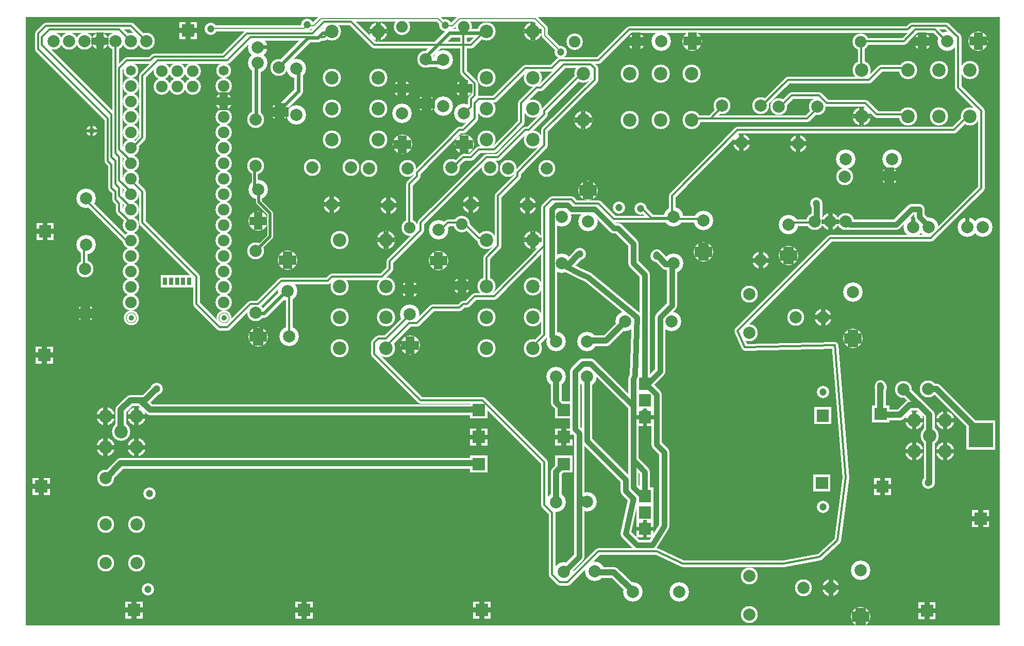
<source format=gbr>
%FSLAX34Y34*%
%MOMM*%
%LNCOPPER_BOTTOM*%
G71*
G01*
%ADD10C,2.800*%
%ADD11C,3.200*%
%ADD12C,1.700*%
%ADD13C,3.000*%
%ADD14C,1.800*%
%ADD15C,1.400*%
%ADD16C,0.800*%
%ADD17R,1.435X2.070*%
%ADD18C,2.700*%
%ADD19C,2.450*%
%ADD20C,0.900*%
%ADD21C,2.700*%
%ADD22C,2.800*%
%ADD23C,1.100*%
%ADD24C,3.200*%
%ADD25C,2.800*%
%ADD26C,2.000*%
%ADD27C,1.000*%
%ADD28C,1.800*%
%ADD29C,0.667*%
%ADD30C,0.813*%
%ADD31C,0.767*%
%ADD32C,0.733*%
%ADD33C,1.713*%
%ADD34C,1.360*%
%ADD35C,1.587*%
%ADD36C,1.627*%
%ADD37C,1.447*%
%ADD38C,1.200*%
%ADD39C,2.230*%
%ADD40C,0.827*%
%ADD41C,1.320*%
%ADD42C,0.467*%
%ADD43C,2.000*%
%ADD44C,2.200*%
%ADD45C,0.600*%
%ADD46C,0.000*%
%ADD47R,0.635X1.270*%
%ADD48C,1.900*%
%ADD49C,1.650*%
%ADD50C,0.500*%
%ADD51C,1.900*%
%ADD52C,2.000*%
%ADD53C,0.300*%
%ADD54C,3.000*%
%ADD55C,2.000*%
%ADD56C,1.200*%
%ADD57C,0.200*%
%ADD58C,1.000*%
%LPD*%
G36*
X-1308000Y657000D02*
X292000Y657000D01*
X292000Y-343000D01*
X-1308000Y-343000D01*
X-1308000Y657000D01*
G37*
%LPC*%
X39470Y320830D02*
G54D10*
D03*
X14070Y320830D02*
G54D10*
D03*
X-11330Y320830D02*
G54D10*
D03*
X-55280Y316036D02*
G54D11*
D03*
X-55167Y265055D02*
G54D11*
D03*
X-243497Y328527D02*
G54D11*
D03*
X-243547Y252277D02*
G54D11*
D03*
X-194980Y322386D02*
G54D11*
D03*
X-194867Y271405D02*
G54D11*
D03*
X-427647Y328527D02*
G54D11*
D03*
X-427697Y252277D02*
G54D11*
D03*
G36*
X-304730Y41080D02*
X-276730Y41080D01*
X-276730Y13080D01*
X-304730Y13080D01*
X-304730Y41080D01*
G37*
X-290730Y1680D02*
G54D10*
D03*
G36*
X-304730Y68480D02*
X-276730Y68480D01*
X-276730Y40480D01*
X-304730Y40480D01*
X-304730Y68480D01*
G37*
G36*
X-304730Y-143070D02*
X-276730Y-143070D01*
X-276730Y-171070D01*
X-304730Y-171070D01*
X-304730Y-143070D01*
G37*
X-290730Y-182470D02*
G54D10*
D03*
G36*
X-304730Y-116170D02*
X-276730Y-116170D01*
X-276730Y-144170D01*
X-304730Y-144170D01*
X-304730Y-116170D01*
G37*
X-385947Y66438D02*
G54D11*
D03*
X-436928Y66325D02*
G54D11*
D03*
X-385947Y-139937D02*
G54D11*
D03*
X-436928Y-140050D02*
G54D11*
D03*
X-385947Y123588D02*
G54D11*
D03*
X-436927Y123475D02*
G54D11*
D03*
X-373247Y-254237D02*
G54D11*
D03*
X-424227Y-254350D02*
G54D11*
D03*
X-247249Y156950D02*
G54D11*
D03*
X-323499Y157000D02*
G54D11*
D03*
X-234549Y-287550D02*
G54D11*
D03*
X-310799Y-287500D02*
G54D11*
D03*
X-119280Y201830D02*
G54D10*
D03*
X-119280Y138330D02*
G54D10*
D03*
X-119280Y-261720D02*
G54D10*
D03*
X-119280Y-325220D02*
G54D10*
D03*
X2020Y163730D02*
G54D10*
D03*
X-43080Y163730D02*
G54D10*
D03*
X14720Y-280770D02*
G54D10*
D03*
X-30380Y-280770D02*
G54D10*
D03*
X149779Y311552D02*
G54D11*
D03*
X175279Y311552D02*
G54D11*
D03*
X51113Y128935D02*
G54D11*
D03*
X51163Y205185D02*
G54D11*
D03*
G36*
X-12480Y15930D02*
X15520Y15930D01*
X15520Y-12070D01*
X-12480Y-12070D01*
X-12480Y15930D01*
G37*
G36*
X-13980Y-94670D02*
X14020Y-94670D01*
X14020Y-122670D01*
X-13980Y-122670D01*
X-13980Y-94670D01*
G37*
G36*
X82620Y18930D02*
X110620Y18930D01*
X110620Y-9070D01*
X82620Y-9070D01*
X82620Y18930D01*
G37*
X99620Y-114670D02*
G54D10*
D03*
G36*
X-577780Y25330D02*
X-549780Y25330D01*
X-549780Y-2670D01*
X-577780Y-2670D01*
X-577780Y25330D01*
G37*
G36*
X-438080Y25330D02*
X-410080Y25330D01*
X-410080Y-2670D01*
X-438080Y-2670D01*
X-438080Y25330D01*
G37*
G36*
X-438080Y-63570D02*
X-410080Y-63570D01*
X-410080Y-91570D01*
X-438080Y-91570D01*
X-438080Y-63570D01*
G37*
X-424080Y-33120D02*
G54D10*
D03*
X238679Y311552D02*
G54D11*
D03*
X264179Y311552D02*
G54D11*
D03*
X14070Y320830D02*
G54D10*
D03*
X-55167Y265055D02*
G54D10*
D03*
X-100230Y257330D02*
G54D10*
D03*
X-194867Y271405D02*
G54D10*
D03*
G36*
X85620Y-100670D02*
X113620Y-100670D01*
X113620Y-128670D01*
X85620Y-128670D01*
X85620Y-100670D01*
G37*
X2020Y163730D02*
G54D10*
D03*
X51113Y128935D02*
G54D10*
D03*
X14720Y-280770D02*
G54D10*
D03*
G36*
X-577780Y-63570D02*
X-549780Y-63570D01*
X-549780Y-91570D01*
X-577780Y-91570D01*
X-577780Y-63570D01*
G37*
G36*
X-438080Y-19120D02*
X-410080Y-19120D01*
X-410080Y-47120D01*
X-438080Y-47120D01*
X-438080Y-19120D01*
G37*
G54D12*
X175279Y311552D02*
X172820Y316130D01*
X160120Y328830D01*
X160120Y341530D01*
X147420Y341530D01*
X122020Y316130D01*
X45820Y316130D01*
X39470Y320830D01*
X151570Y-5920D02*
G54D13*
D03*
X202370Y-5920D02*
G54D13*
D03*
X176970Y-31320D02*
G54D13*
D03*
X202370Y-56720D02*
G54D13*
D03*
X151570Y-56720D02*
G54D13*
D03*
G36*
X-577780Y-19120D02*
X-549780Y-19120D01*
X-549780Y-47120D01*
X-577780Y-47120D01*
X-577780Y-19120D01*
G37*
X-55167Y265055D02*
G54D10*
D03*
X-194867Y271405D02*
G54D10*
D03*
X51113Y128935D02*
G54D10*
D03*
G54D14*
X-424080Y-77570D02*
X-436780Y-90270D01*
X-436780Y-141070D01*
X-436928Y-140050D01*
G54D14*
X-424080Y11330D02*
X-436780Y24030D01*
X-436780Y68480D01*
X-436928Y66325D01*
G54D12*
X-290730Y-131670D02*
X-290730Y-134720D01*
X-309780Y-115670D01*
X-309780Y62130D01*
X-307430Y68480D01*
X-303430Y163730D01*
X-383980Y229280D01*
X-397680Y235680D01*
X-430430Y252630D01*
X-427697Y252277D01*
G54D12*
X-385947Y66438D02*
X-385980Y68480D01*
X-385980Y-39470D01*
X-322480Y-102970D01*
X-322480Y-122020D01*
X-309780Y-134720D01*
X-322480Y-191870D01*
X-303430Y-210920D01*
X-278030Y-210920D01*
X-258980Y-179170D01*
X-258980Y-58520D01*
X-271680Y-45820D01*
X-271680Y36730D01*
X-284380Y49430D01*
X-290730Y49430D01*
X-290730Y52480D01*
G54D12*
X-436927Y123475D02*
X-436780Y125630D01*
X-443130Y131980D01*
X-443130Y341530D01*
X-436780Y347880D01*
X-417730Y347880D01*
X-411380Y341530D01*
X-373280Y341530D01*
X-341530Y309780D01*
X-335180Y309780D01*
X-309780Y284380D01*
X-309780Y252630D01*
X-290730Y233580D01*
X-290730Y49430D01*
X-290730Y52480D01*
G54D12*
X-290730Y52480D02*
X-290730Y49430D01*
X-265330Y74830D01*
X-265330Y163730D01*
X-246280Y182780D01*
X-246280Y252630D01*
X-243547Y252277D01*
G54D15*
X-385947Y-139937D02*
X-385980Y-141070D01*
X-398680Y-128370D01*
X-398680Y-26770D01*
X-405030Y-20420D01*
X-405030Y74830D01*
X-392330Y87530D01*
X-379630Y87530D01*
X-309780Y17680D01*
X-309780Y-71220D01*
X-290730Y-90270D01*
X-290730Y-134720D01*
X-290730Y-131670D01*
G54D12*
X-424227Y-254350D02*
X-424080Y-255370D01*
X-398680Y-229970D01*
X-398680Y-26770D01*
X-405030Y-20420D01*
X-405030Y74830D01*
X-392330Y87530D01*
X-379630Y87530D01*
X-309780Y17680D01*
X-309780Y-71220D01*
X-290730Y-90270D01*
X-290730Y-134720D01*
X-290730Y-131670D01*
G54D14*
X-323499Y157000D02*
X-322480Y157380D01*
X-354230Y125630D01*
X-385980Y125630D01*
X-385947Y123588D01*
X63813Y-328265D02*
G54D11*
D03*
X63863Y-252015D02*
G54D11*
D03*
X63813Y-328265D02*
G54D10*
D03*
G36*
X-304730Y-169970D02*
X-276730Y-169970D01*
X-276730Y-197970D01*
X-304730Y-197970D01*
X-304730Y-169970D01*
G37*
G36*
X-304730Y13180D02*
X-276730Y13180D01*
X-276730Y-14820D01*
X-304730Y-14820D01*
X-304730Y13180D01*
G37*
G54D14*
X-310799Y-287500D02*
X-309780Y-287120D01*
X-341530Y-255370D01*
X-373280Y-255370D01*
X-373247Y-254237D01*
G54D16*
X-1135352Y171319D02*
X-1135065Y171324D01*
X-1134778Y171319D01*
X-1134489Y171304D01*
X-1134202Y171278D01*
X-1133917Y171243D01*
X-1133633Y171200D01*
X-1133348Y171144D01*
X-1133069Y171078D01*
X-1132789Y171004D01*
X-1132515Y170920D01*
X-1132241Y170826D01*
X-1131974Y170722D01*
X-1131707Y170610D01*
X-1131446Y170488D01*
X-1131189Y170359D01*
X-1130938Y170219D01*
X-1130691Y170069D01*
X-1130450Y169912D01*
X-1130214Y169747D01*
X-1129982Y169574D01*
X-1129759Y169394D01*
X-1129540Y169203D01*
X-1129330Y169007D01*
X-1129127Y168804D01*
X-1128931Y168594D01*
X-1128741Y168375D01*
X-1128560Y168152D01*
X-1128388Y167920D01*
X-1128222Y167684D01*
X-1128065Y167443D01*
X-1127915Y167197D01*
X-1127775Y166945D01*
X-1127646Y166688D01*
X-1127524Y166427D01*
X-1127412Y166160D01*
X-1127308Y165894D01*
X-1127214Y165619D01*
X-1127130Y165345D01*
X-1127057Y165066D01*
X-1126991Y164786D01*
X-1126935Y164502D01*
X-1126891Y164217D01*
X-1126856Y163932D01*
X-1126831Y163646D01*
X-1126815Y163356D01*
X-1126810Y163069D01*
X-1126815Y162782D01*
X-1126831Y162492D01*
X-1126856Y162205D01*
X-1126891Y161921D01*
X-1126935Y161637D01*
X-1126991Y161352D01*
X-1127057Y161073D01*
X-1127130Y160793D01*
X-1127214Y160519D01*
X-1127308Y160244D01*
X-1127412Y159978D01*
X-1127524Y159711D01*
X-1127646Y159450D01*
X-1127775Y159193D01*
X-1127915Y158942D01*
X-1128065Y158695D01*
X-1128222Y158454D01*
X-1128388Y158218D01*
X-1128560Y157987D01*
X-1128741Y157763D01*
X-1128931Y157544D01*
X-1129127Y157334D01*
X-1129330Y157131D01*
X-1129541Y156935D01*
X-1129759Y156744D01*
X-1129983Y156564D01*
X-1130214Y156391D01*
X-1130450Y156226D01*
X-1130692Y156069D01*
X-1130938Y155919D01*
X-1131189Y155779D01*
X-1131446Y155650D01*
X-1131707Y155528D01*
X-1131974Y155416D01*
X-1132241Y155312D01*
X-1132515Y155218D01*
X-1132790Y155134D01*
X-1133069Y155060D01*
X-1133348Y154994D01*
X-1133633Y154938D01*
X-1133917Y154895D01*
X-1134202Y154860D01*
X-1134489Y154834D01*
X-1134778Y154819D01*
X-1135065Y154814D01*
X-1135352Y154819D01*
X-1135642Y154834D01*
X-1135929Y154860D01*
X-1136213Y154895D01*
X-1136498Y154939D01*
X-1136782Y154994D01*
X-1137062Y155060D01*
X-1137341Y155134D01*
X-1137615Y155218D01*
X-1137890Y155312D01*
X-1138156Y155416D01*
X-1138423Y155528D01*
X-1138685Y155650D01*
X-1138942Y155779D01*
X-1139193Y155919D01*
X-1139439Y156069D01*
X-1139680Y156226D01*
X-1139916Y156391D01*
X-1140148Y156564D01*
X-1140371Y156744D01*
X-1140590Y156935D01*
X-1140801Y157131D01*
X-1141004Y157334D01*
X-1141199Y157545D01*
X-1141390Y157763D01*
X-1141570Y157987D01*
X-1141743Y158218D01*
X-1141908Y158454D01*
X-1142065Y158695D01*
X-1142216Y158941D01*
X-1142355Y159193D01*
X-1142485Y159450D01*
X-1142606Y159711D01*
X-1142718Y159978D01*
X-1142822Y160244D01*
X-1142916Y160519D01*
X-1143000Y160793D01*
X-1143074Y161072D01*
X-1143140Y161352D01*
X-1143196Y161637D01*
X-1143239Y161921D01*
X-1143274Y162205D01*
X-1143300Y162492D01*
X-1143315Y162782D01*
X-1143320Y163069D01*
X-1143315Y163356D01*
X-1143300Y163645D01*
X-1143274Y163932D01*
X-1143239Y164217D01*
X-1143196Y164502D01*
X-1143140Y164786D01*
X-1143074Y165066D01*
X-1143000Y165345D01*
X-1142916Y165619D01*
X-1142822Y165893D01*
X-1142718Y166160D01*
X-1142606Y166427D01*
X-1142485Y166688D01*
X-1142355Y166945D01*
X-1142216Y167197D01*
X-1142066Y167443D01*
X-1141908Y167684D01*
X-1141743Y167920D01*
X-1141570Y168151D01*
X-1141390Y168375D01*
X-1141199Y168594D01*
X-1141004Y168804D01*
X-1140801Y169008D01*
X-1140590Y169203D01*
X-1140372Y169394D01*
X-1140148Y169574D01*
X-1139917Y169747D01*
X-1139680Y169912D01*
X-1139439Y170069D01*
X-1139193Y170219D01*
X-1138941Y170359D01*
X-1138684Y170488D01*
X-1138423Y170610D01*
X-1138156Y170722D01*
X-1137890Y170826D01*
X-1137615Y170920D01*
X-1137341Y171004D01*
X-1137062Y171078D01*
X-1136782Y171144D01*
X-1136498Y171200D01*
X-1136213Y171243D01*
X-1135929Y171278D01*
X-1135642Y171304D01*
X-1135352Y171319D01*
G54D16*
X-982952Y171319D02*
X-982665Y171324D01*
X-982378Y171319D01*
X-982089Y171304D01*
X-981802Y171278D01*
X-981517Y171243D01*
X-981233Y171199D01*
X-980948Y171144D01*
X-980669Y171078D01*
X-980389Y171004D01*
X-980115Y170920D01*
X-979841Y170826D01*
X-979574Y170722D01*
X-979307Y170610D01*
X-979046Y170488D01*
X-978789Y170359D01*
X-978538Y170219D01*
X-978291Y170069D01*
X-978050Y169912D01*
X-977814Y169747D01*
X-977582Y169574D01*
X-977359Y169394D01*
X-977141Y169203D01*
X-976930Y169007D01*
X-976727Y168804D01*
X-976531Y168594D01*
X-976341Y168375D01*
X-976160Y168152D01*
X-975988Y167920D01*
X-975822Y167684D01*
X-975665Y167443D01*
X-975515Y167196D01*
X-975375Y166945D01*
X-975246Y166688D01*
X-975124Y166427D01*
X-975012Y166160D01*
X-974908Y165894D01*
X-974814Y165619D01*
X-974730Y165345D01*
X-974656Y165066D01*
X-974591Y164786D01*
X-974535Y164501D01*
X-974492Y164217D01*
X-974456Y163933D01*
X-974430Y163646D01*
X-974415Y163356D01*
X-974410Y163069D01*
X-974415Y162782D01*
X-974431Y162492D01*
X-974456Y162205D01*
X-974491Y161921D01*
X-974535Y161637D01*
X-974591Y161352D01*
X-974656Y161072D01*
X-974730Y160793D01*
X-974814Y160519D01*
X-974908Y160245D01*
X-975012Y159978D01*
X-975124Y159711D01*
X-975246Y159450D01*
X-975375Y159193D01*
X-975515Y158942D01*
X-975665Y158695D01*
X-975822Y158454D01*
X-975988Y158218D01*
X-976160Y157987D01*
X-976341Y157763D01*
X-976531Y157545D01*
X-976727Y157334D01*
X-976930Y157131D01*
X-977141Y156935D01*
X-977359Y156744D01*
X-977583Y156564D01*
X-977814Y156391D01*
X-978050Y156226D01*
X-978291Y156069D01*
X-978538Y155919D01*
X-978789Y155779D01*
X-979046Y155650D01*
X-979307Y155528D01*
X-979574Y155416D01*
X-979841Y155312D01*
X-980115Y155218D01*
X-980389Y155134D01*
X-980669Y155060D01*
X-980948Y154994D01*
X-981233Y154939D01*
X-981517Y154895D01*
X-981802Y154860D01*
X-982089Y154834D01*
X-982378Y154819D01*
X-982665Y154814D01*
X-982952Y154819D01*
X-983242Y154834D01*
X-983529Y154860D01*
X-983814Y154895D01*
X-984098Y154939D01*
X-984382Y154994D01*
X-984662Y155060D01*
X-984941Y155134D01*
X-985215Y155218D01*
X-985490Y155312D01*
X-985756Y155416D01*
X-986023Y155528D01*
X-986285Y155650D01*
X-986541Y155779D01*
X-986793Y155919D01*
X-987039Y156069D01*
X-987280Y156226D01*
X-987517Y156391D01*
X-987748Y156564D01*
X-987971Y156744D01*
X-988190Y156935D01*
X-988400Y157131D01*
X-988604Y157334D01*
X-988799Y157545D01*
X-988990Y157763D01*
X-989170Y157987D01*
X-989343Y158218D01*
X-989508Y158454D01*
X-989665Y158695D01*
X-989815Y158942D01*
X-989955Y159193D01*
X-990085Y159450D01*
X-990206Y159711D01*
X-990318Y159978D01*
X-990422Y160244D01*
X-990516Y160519D01*
X-990600Y160793D01*
X-990674Y161072D01*
X-990740Y161352D01*
X-990796Y161637D01*
X-990839Y161921D01*
X-990874Y162205D01*
X-990900Y162493D01*
X-990915Y162782D01*
X-990920Y163069D01*
X-990915Y163356D01*
X-990900Y163646D01*
X-990874Y163932D01*
X-990839Y164217D01*
X-990796Y164502D01*
X-990740Y164786D01*
X-990674Y165066D01*
X-990600Y165345D01*
X-990516Y165619D01*
X-990422Y165894D01*
X-990318Y166160D01*
X-990206Y166427D01*
X-990085Y166688D01*
X-989955Y166945D01*
X-989815Y167197D01*
X-989665Y167443D01*
X-989508Y167684D01*
X-989343Y167920D01*
X-989170Y168151D01*
X-988990Y168375D01*
X-988799Y168594D01*
X-988604Y168804D01*
X-988401Y169008D01*
X-988190Y169203D01*
X-987972Y169394D01*
X-987748Y169574D01*
X-987517Y169747D01*
X-987280Y169912D01*
X-987039Y170069D01*
X-986793Y170219D01*
X-986541Y170359D01*
X-986285Y170488D01*
X-986023Y170610D01*
X-985756Y170722D01*
X-985490Y170826D01*
X-985215Y170920D01*
X-984941Y171004D01*
X-984662Y171078D01*
X-984382Y171144D01*
X-984098Y171200D01*
X-983813Y171243D01*
X-983529Y171278D01*
X-983242Y171304D01*
X-982952Y171319D01*
X-1039561Y222505D02*
G54D17*
D03*
X-1049721Y222505D02*
G54D17*
D03*
X-1059373Y222505D02*
G54D17*
D03*
X-1069533Y222505D02*
G54D17*
D03*
X-1079439Y222505D02*
G54D17*
D03*
X-1135065Y544069D02*
G54D18*
D03*
X-1135065Y518669D02*
G54D18*
D03*
X-1135065Y493269D02*
G54D18*
D03*
X-1135065Y467869D02*
G54D18*
D03*
X-1135065Y442469D02*
G54D18*
D03*
X-1135065Y417069D02*
G54D18*
D03*
X-1135065Y391669D02*
G54D18*
D03*
X-1135065Y366269D02*
G54D18*
D03*
X-1135065Y340869D02*
G54D18*
D03*
X-1135065Y315469D02*
G54D18*
D03*
X-1135065Y290069D02*
G54D18*
D03*
X-1135065Y264669D02*
G54D18*
D03*
X-1135065Y239269D02*
G54D18*
D03*
X-1135065Y213869D02*
G54D18*
D03*
X-1135065Y188469D02*
G54D18*
D03*
X-982665Y544069D02*
G54D18*
D03*
X-982665Y518669D02*
G54D18*
D03*
X-982665Y493269D02*
G54D18*
D03*
X-982665Y467869D02*
G54D18*
D03*
X-982665Y442469D02*
G54D18*
D03*
X-982665Y417069D02*
G54D18*
D03*
X-982665Y391669D02*
G54D18*
D03*
X-982665Y366269D02*
G54D18*
D03*
X-982665Y340869D02*
G54D18*
D03*
X-982665Y315469D02*
G54D18*
D03*
X-982665Y290069D02*
G54D18*
D03*
X-982665Y264669D02*
G54D18*
D03*
X-982665Y239269D02*
G54D18*
D03*
X-982665Y213869D02*
G54D18*
D03*
X-982665Y188469D02*
G54D18*
D03*
X-982506Y569310D02*
G54D19*
D03*
X-1134906Y569310D02*
G54D19*
D03*
X-1033719Y543053D02*
G54D18*
D03*
X-1033719Y568453D02*
G54D18*
D03*
X-1059119Y543053D02*
G54D18*
D03*
X-1059119Y568453D02*
G54D18*
D03*
X-1084519Y543053D02*
G54D18*
D03*
X-1084519Y568453D02*
G54D18*
D03*
X-929966Y412499D02*
G54D10*
D03*
X-929966Y488699D02*
G54D10*
D03*
X-927391Y607624D02*
G54D11*
D03*
X-927391Y582124D02*
G54D11*
D03*
X-926209Y373234D02*
G54D11*
D03*
X-926096Y322253D02*
G54D11*
D03*
X-929966Y272799D02*
G54D10*
D03*
X-929966Y171199D02*
G54D10*
D03*
X-877841Y206614D02*
G54D11*
D03*
X-877953Y257594D02*
G54D11*
D03*
X-875091Y131882D02*
G54D11*
D03*
X-926071Y131770D02*
G54D11*
D03*
X-926096Y322253D02*
G54D10*
D03*
X-877953Y257594D02*
G54D10*
D03*
X-926071Y131770D02*
G54D10*
D03*
G54D20*
X-926209Y373234D02*
X-925515Y372619D01*
X-931865Y378969D01*
X-931865Y410719D01*
X-929966Y412499D01*
G54D20*
X-929966Y272799D02*
X-931865Y271019D01*
X-906465Y296419D01*
X-906465Y334519D01*
X-925515Y353569D01*
X-925515Y372619D01*
X-926209Y373234D01*
G54D15*
X-927391Y582124D02*
X-929916Y582679D01*
X-929916Y487429D01*
X-929966Y488699D01*
G54D15*
X-877841Y206613D02*
X-879116Y208029D01*
X-917216Y169929D01*
X-929916Y169929D01*
X-929966Y171199D01*
X-792380Y290729D02*
G54D13*
D03*
X-716180Y290730D02*
G54D13*
D03*
X-792380Y214530D02*
G54D13*
D03*
X-792380Y163730D02*
G54D13*
D03*
X-792380Y112930D02*
G54D13*
D03*
X-716180Y214530D02*
G54D13*
D03*
X-716180Y163730D02*
G54D13*
D03*
X-716180Y112930D02*
G54D13*
D03*
X-805080Y633630D02*
G54D13*
D03*
X-728880Y633630D02*
G54D13*
D03*
X-805080Y557430D02*
G54D13*
D03*
X-805080Y506630D02*
G54D13*
D03*
X-805080Y455830D02*
G54D13*
D03*
X-728880Y557430D02*
G54D13*
D03*
X-728880Y506630D02*
G54D13*
D03*
X-728880Y455830D02*
G54D13*
D03*
X-551080Y290730D02*
G54D13*
D03*
X-474880Y290730D02*
G54D13*
D03*
X-551080Y214530D02*
G54D13*
D03*
X-551080Y163730D02*
G54D13*
D03*
X-551080Y112930D02*
G54D13*
D03*
X-474880Y214530D02*
G54D13*
D03*
X-474880Y163730D02*
G54D13*
D03*
X-474880Y112930D02*
G54D13*
D03*
X-551080Y633630D02*
G54D13*
D03*
X-474880Y633630D02*
G54D13*
D03*
X-551080Y557430D02*
G54D13*
D03*
X-551080Y506630D02*
G54D13*
D03*
X-551080Y455830D02*
G54D13*
D03*
X-474880Y557430D02*
G54D13*
D03*
X-474880Y506630D02*
G54D13*
D03*
X-474880Y455830D02*
G54D13*
D03*
X65255Y494165D02*
G54D13*
D03*
X65254Y570365D02*
G54D13*
D03*
X141455Y494165D02*
G54D13*
D03*
X192255Y494165D02*
G54D13*
D03*
X243055Y494165D02*
G54D13*
D03*
X141455Y570366D02*
G54D13*
D03*
X192255Y570365D02*
G54D13*
D03*
X243055Y570365D02*
G54D13*
D03*
X-391945Y487815D02*
G54D13*
D03*
X-391945Y564016D02*
G54D13*
D03*
X-315745Y487816D02*
G54D13*
D03*
X-264945Y487816D02*
G54D13*
D03*
X-214145Y487815D02*
G54D13*
D03*
X-315745Y564016D02*
G54D13*
D03*
X-264945Y564016D02*
G54D13*
D03*
X-214145Y564016D02*
G54D13*
D03*
X-836943Y409617D02*
G54D10*
D03*
X-773443Y409617D02*
G54D10*
D03*
X-805193Y349292D02*
G54D10*
D03*
X-743720Y407826D02*
G54D10*
D03*
X-680219Y407826D02*
G54D10*
D03*
X-711970Y347501D02*
G54D10*
D03*
X-680219Y407826D02*
G54D10*
D03*
X-805193Y349292D02*
G54D10*
D03*
X-608343Y409617D02*
G54D10*
D03*
X-544843Y409617D02*
G54D10*
D03*
X-576593Y349292D02*
G54D10*
D03*
X-515120Y407826D02*
G54D10*
D03*
X-451619Y407826D02*
G54D10*
D03*
X-483370Y347501D02*
G54D10*
D03*
X-483370Y347501D02*
G54D10*
D03*
X-576593Y349292D02*
G54D10*
D03*
X-163842Y511217D02*
G54D10*
D03*
X-100342Y511217D02*
G54D10*
D03*
X-132092Y450892D02*
G54D10*
D03*
X-70620Y509426D02*
G54D10*
D03*
X-7120Y509426D02*
G54D10*
D03*
X-38870Y449101D02*
G54D10*
D03*
X-7119Y509426D02*
G54D10*
D03*
X-132092Y450892D02*
G54D10*
D03*
X-690260Y539548D02*
G54D21*
D03*
X-690260Y641148D02*
G54D21*
D03*
X-689435Y447638D02*
G54D11*
D03*
X-689547Y498619D02*
G54D11*
D03*
X-690260Y539548D02*
G54D10*
D03*
X-690260Y539548D02*
G54D22*
D03*
X-689435Y447638D02*
G54D22*
D03*
X-588660Y539548D02*
G54D21*
D03*
X-588660Y641148D02*
G54D21*
D03*
X-587835Y447638D02*
G54D11*
D03*
X-587947Y498619D02*
G54D11*
D03*
X-588660Y539548D02*
G54D10*
D03*
X-588660Y539548D02*
G54D22*
D03*
X-587835Y447638D02*
G54D22*
D03*
X-677560Y209348D02*
G54D21*
D03*
X-677560Y310948D02*
G54D21*
D03*
X-676735Y117438D02*
G54D11*
D03*
X-676847Y168418D02*
G54D11*
D03*
X-677560Y209348D02*
G54D10*
D03*
X-677560Y209348D02*
G54D22*
D03*
X-676735Y117438D02*
G54D22*
D03*
X-591558Y215285D02*
G54D21*
D03*
X-591558Y316885D02*
G54D21*
D03*
X-630103Y256725D02*
G54D11*
D03*
X-630215Y307706D02*
G54D11*
D03*
X-630103Y256725D02*
G54D22*
D03*
X-591558Y215285D02*
G54D22*
D03*
X-304751Y616846D02*
G54D21*
D03*
X-406351Y616846D02*
G54D21*
D03*
X-212841Y617671D02*
G54D11*
D03*
X-263821Y617559D02*
G54D11*
D03*
X-304751Y616846D02*
G54D10*
D03*
X-304751Y616846D02*
G54D22*
D03*
X-212841Y617671D02*
G54D22*
D03*
X165149Y616846D02*
G54D21*
D03*
X63549Y616846D02*
G54D21*
D03*
X257059Y617671D02*
G54D11*
D03*
X206079Y617559D02*
G54D11*
D03*
X165149Y616846D02*
G54D10*
D03*
X165149Y616846D02*
G54D22*
D03*
X257059Y617671D02*
G54D22*
D03*
X-728880Y633630D02*
G54D10*
D03*
X-716180Y290730D02*
G54D10*
D03*
X-474880Y633630D02*
G54D10*
D03*
X-474880Y290730D02*
G54D10*
D03*
X-391945Y487815D02*
G54D10*
D03*
X65255Y494165D02*
G54D10*
D03*
X-711970Y347501D02*
G54D10*
D03*
X-38870Y449101D02*
G54D10*
D03*
G54D23*
X-805080Y633630D02*
X-805080Y636680D01*
X-817780Y623980D01*
X-938430Y623980D01*
X-976530Y585880D01*
X-1090830Y585880D01*
X-1116230Y560480D01*
X-1116230Y458880D01*
X-1135280Y439830D01*
X-1135065Y442469D01*
G54D23*
X-551080Y633630D02*
X-551080Y636680D01*
X-576480Y611280D01*
X-735230Y611280D01*
X-773330Y649380D01*
X-817780Y649380D01*
X-836830Y630330D01*
X-944780Y630330D01*
X-982880Y592230D01*
X-1097180Y592230D01*
X-1103530Y585880D01*
X-1141630Y585880D01*
X-1154330Y573180D01*
X-1154330Y439830D01*
X-1135280Y420780D01*
X-1135280Y414430D01*
X-1135065Y417069D01*
G54D23*
X-391945Y564016D02*
X-392330Y566830D01*
X-455830Y503330D01*
X-455830Y496980D01*
X-481230Y471580D01*
X-487580Y471580D01*
X-532030Y427130D01*
X-551080Y427130D01*
X-659030Y319180D01*
X-659030Y306480D01*
X-709830Y255680D01*
X-709830Y242980D01*
X-722530Y230280D01*
X-805080Y230280D01*
X-811430Y223930D01*
X-887630Y223930D01*
X-925730Y185830D01*
X-938430Y185830D01*
X-976530Y147730D01*
X-989230Y147730D01*
X-1027330Y185830D01*
X-1027330Y230280D01*
X-1116230Y319180D01*
X-1116230Y369980D01*
X-1135280Y389030D01*
X-1135065Y391669D01*
G54D23*
X-474880Y112930D02*
X-474880Y115980D01*
X-455830Y135030D01*
X-455830Y344580D01*
X-443130Y357280D01*
X-411380Y357280D01*
X-405030Y350930D01*
X-366930Y350930D01*
X-341530Y325530D01*
X-246280Y325530D01*
X-243497Y328527D01*
G54D23*
X243055Y494165D02*
X242670Y496980D01*
X217270Y471580D01*
X-138330Y471580D01*
X-246280Y363630D01*
X-246280Y325530D01*
X-243497Y328527D01*
G54D23*
X-163842Y511217D02*
X-163730Y509680D01*
X-182780Y490630D01*
X-214530Y490630D01*
X-214145Y487815D01*
G54D23*
X-7119Y509426D02*
X-4980Y509680D01*
X-24030Y490630D01*
X-214530Y490630D01*
X-214145Y487815D01*
G54D23*
X206079Y617559D02*
X204570Y617630D01*
X185520Y636680D01*
X153770Y636680D01*
X134720Y617630D01*
X64870Y617630D01*
X63549Y616846D01*
G54D23*
X63549Y616846D02*
X64870Y617630D01*
X64870Y573180D01*
X65254Y570365D01*
G54D23*
X-608343Y409617D02*
X-608230Y408080D01*
X-589180Y427130D01*
X-576480Y427130D01*
X-563780Y439830D01*
X-538380Y439830D01*
X-493930Y484280D01*
X-493930Y516030D01*
X-468530Y541430D01*
X-462180Y541430D01*
X-424080Y579530D01*
X-379630Y579530D01*
X-373280Y573180D01*
X-373280Y554130D01*
X-455830Y471580D01*
X-455830Y446180D01*
X-500280Y401730D01*
X-500280Y395380D01*
X-532030Y363630D01*
X-532030Y281080D01*
X-551080Y262030D01*
X-551080Y217580D01*
X-551080Y214530D01*
G54D23*
X-716180Y112930D02*
X-716180Y115980D01*
X-678080Y154080D01*
X-665380Y154080D01*
X-639980Y179480D01*
X-595530Y179480D01*
X-589180Y185830D01*
X-582830Y185830D01*
X-570130Y198530D01*
X-538380Y198530D01*
X-455830Y281080D01*
X-455830Y344580D01*
X-443130Y357280D01*
X-411380Y357280D01*
X-405030Y350930D01*
X-366930Y350930D01*
X-341530Y325530D01*
X-246280Y325530D01*
X-243497Y328527D01*
G54D23*
X-194980Y322386D02*
X-195480Y325530D01*
X-246280Y325530D01*
X-243497Y328527D01*
G54D23*
X-55280Y316036D02*
X-55780Y319180D01*
X-11330Y319180D01*
X-11330Y320830D01*
G54D23*
X-676847Y168418D02*
X-678080Y166780D01*
X-716180Y128680D01*
X-728880Y128680D01*
X-735230Y122330D01*
X-735230Y103280D01*
X-659030Y27080D01*
X-557430Y27080D01*
X-455830Y-74520D01*
X-455830Y-144370D01*
X-443130Y-157070D01*
X-443130Y-258670D01*
X-430430Y-271370D01*
X-417730Y-271370D01*
X-366930Y-220570D01*
X-271680Y-220570D01*
X-228500Y-241400D01*
X-63400Y-241400D01*
X-4058Y-230395D01*
X25500Y-203300D01*
X39470Y-99920D01*
X21100Y117800D01*
X-126900Y114200D01*
X-138330Y141380D01*
X14070Y293780D01*
X179170Y293780D01*
X261720Y376330D01*
X261720Y503330D01*
X223620Y541430D01*
X223620Y623980D01*
X204570Y643030D01*
X147420Y643030D01*
X141070Y636680D01*
X-316130Y636680D01*
X-366930Y585880D01*
X-430430Y585880D01*
X-443130Y573180D01*
X-487580Y573180D01*
X-538380Y522380D01*
X-563780Y522380D01*
X-570130Y516030D01*
X-570130Y490630D01*
X-589180Y471580D01*
X-595530Y471580D01*
X-665380Y401730D01*
X-665380Y395380D01*
X-678080Y382680D01*
X-678080Y312830D01*
X-677560Y310948D01*
G54D23*
X-70620Y509426D02*
X-68480Y509680D01*
X-49430Y528730D01*
X-4980Y528730D01*
X7720Y516030D01*
X71220Y516030D01*
X90270Y496980D01*
X141070Y496980D01*
X141455Y494165D01*
G54D23*
X-100342Y511217D02*
X-100230Y509680D01*
X-55780Y554130D01*
X77570Y554130D01*
X96620Y573180D01*
X141070Y573180D01*
X141455Y570366D01*
G54D23*
X-875091Y131882D02*
X-874930Y135030D01*
X-874930Y204880D01*
X-877841Y206614D01*
X-1262280Y617630D02*
G54D10*
D03*
X-1236880Y617630D02*
G54D10*
D03*
X-1236880Y617630D02*
G54D10*
D03*
X-1211480Y617630D02*
G54D10*
D03*
X-1160680Y617630D02*
G54D10*
D03*
X-1160680Y617630D02*
G54D10*
D03*
X-1135280Y617630D02*
G54D10*
D03*
X-1135280Y617630D02*
G54D10*
D03*
X-1109880Y617630D02*
G54D10*
D03*
G54D23*
X-1160680Y617630D02*
X-1160680Y433480D01*
X-1154330Y427130D01*
X-1154330Y389030D01*
X-1135280Y369980D01*
X-1135280Y363630D01*
X-1135065Y366269D01*
G54D23*
X-1135280Y617630D02*
X-1154330Y636680D01*
X-1268630Y636680D01*
X-1281330Y623980D01*
X-1281330Y611280D01*
X-1167030Y496980D01*
X-1167030Y427130D01*
X-1160680Y420780D01*
X-1160680Y382680D01*
X-1154330Y376330D01*
X-1154330Y363630D01*
X-1135280Y344580D01*
X-1135280Y338230D01*
X-1135065Y340869D01*
G54D23*
X-1109880Y617630D02*
X-1135280Y643030D01*
X-1274980Y643030D01*
X-1287680Y630330D01*
X-1287680Y604930D01*
X-1173380Y490630D01*
X-1173380Y420780D01*
X-1167030Y414430D01*
X-1167030Y376330D01*
X-1160680Y369980D01*
X-1160680Y357280D01*
X-1154330Y350930D01*
X-1154330Y338230D01*
X-1135280Y319180D01*
X-1135280Y312830D01*
X-1135065Y315469D01*
X-1186080Y617630D02*
G54D10*
D03*
G54D23*
X-587947Y498619D02*
X-589180Y496980D01*
X-576480Y509680D01*
X-576480Y522380D01*
X-570130Y528730D01*
X-570130Y547780D01*
X-589180Y566830D01*
X-589180Y643030D01*
X-588660Y641148D01*
G54D23*
X-591558Y316885D02*
X-589180Y319180D01*
X-563780Y293780D01*
X-551080Y293780D01*
X-551080Y290730D01*
G54D23*
X-630215Y307706D02*
X-627280Y306480D01*
X-614580Y319180D01*
X-589180Y319180D01*
X-591558Y316885D01*
X-1282600Y-314550D02*
G54D24*
D03*
X-1282600Y510950D02*
G54D24*
D03*
X254100Y-314550D02*
G54D24*
D03*
X228700Y422050D02*
G54D24*
D03*
G36*
X-1290250Y318700D02*
X-1262250Y318700D01*
X-1262250Y290700D01*
X-1290250Y290700D01*
X-1290250Y318700D01*
G37*
G36*
X-1291520Y115500D02*
X-1263520Y115500D01*
X-1263520Y87500D01*
X-1291520Y87500D01*
X-1291520Y115500D01*
G37*
G36*
X-1296600Y-100400D02*
X-1268600Y-100400D01*
X-1268600Y-128400D01*
X-1296600Y-128400D01*
X-1296600Y-100400D01*
G37*
G36*
X-1144200Y-303600D02*
X-1116200Y-303600D01*
X-1116200Y-331600D01*
X-1144200Y-331600D01*
X-1144200Y-303600D01*
G37*
G36*
X-864800Y-303600D02*
X-836800Y-303600D01*
X-836800Y-331600D01*
X-864800Y-331600D01*
X-864800Y-303600D01*
G37*
G36*
X-572700Y-303600D02*
X-544700Y-303600D01*
X-544700Y-331600D01*
X-572700Y-331600D01*
X-572700Y-303600D01*
G37*
G36*
X158800Y-304600D02*
X186800Y-304600D01*
X186800Y-332600D01*
X158800Y-332600D01*
X158800Y-304600D01*
G37*
G36*
X-1055300Y648900D02*
X-1027300Y648900D01*
X-1027300Y620900D01*
X-1055300Y620900D01*
X-1055300Y648900D01*
G37*
X-1176930Y780D02*
G54D13*
D03*
X-1126130Y780D02*
G54D13*
D03*
X-1151530Y-24620D02*
G54D13*
D03*
X-1126130Y-50020D02*
G54D13*
D03*
X-1176930Y-50020D02*
G54D13*
D03*
X-1176930Y-177020D02*
G54D25*
D03*
X-1126130Y-177020D02*
G54D10*
D03*
X-1126130Y-240520D02*
G54D10*
D03*
X-1176930Y-240520D02*
G54D10*
D03*
X-1126130Y-177020D02*
G54D25*
D03*
X-1176930Y-240520D02*
G54D25*
D03*
X-1126130Y-240520D02*
G54D25*
D03*
X-1176930Y-100820D02*
G54D10*
D03*
X-1208497Y359527D02*
G54D11*
D03*
X-1208547Y283277D02*
G54D11*
D03*
X-1211000Y243000D02*
G54D10*
D03*
X-1210000Y170000D02*
G54D10*
D03*
G54D23*
X-1211000Y243000D02*
X-1212000Y239000D01*
X-1212000Y287000D01*
X-1208547Y283277D01*
X-1210000Y170000D02*
G54D10*
D03*
G54D23*
X-1208497Y359527D02*
X-1212000Y359000D01*
X-1140000Y287000D01*
X-1132000Y287000D01*
X-1135065Y290069D01*
X-863497Y572527D02*
G54D11*
D03*
X-863547Y496277D02*
G54D11*
D03*
X-892000Y574000D02*
G54D10*
D03*
X-891000Y501000D02*
G54D10*
D03*
G54D15*
X-892000Y574000D02*
X-892000Y575000D01*
X-844000Y623000D01*
X-828000Y623000D01*
X-820000Y631000D01*
X-804000Y631000D01*
X-805080Y633630D01*
G54D15*
X-891000Y501000D02*
X-892000Y503000D01*
X-860000Y535000D01*
X-860000Y575000D01*
X-863497Y572527D01*
X39159Y423282D02*
G54D11*
D03*
X115409Y423232D02*
G54D11*
D03*
X37686Y394779D02*
G54D10*
D03*
X110686Y395779D02*
G54D10*
D03*
X-622497Y586527D02*
G54D11*
D03*
X-622547Y510277D02*
G54D11*
D03*
X-651000Y588000D02*
G54D10*
D03*
X-650000Y515000D02*
G54D10*
D03*
G54D15*
X-651000Y588000D02*
X-652000Y591000D01*
X-612000Y631000D01*
X-548000Y631000D01*
X-551080Y633630D01*
G54D15*
X-651000Y588000D02*
X-652000Y591000D01*
X-644000Y583000D01*
X-620000Y583000D01*
X-622497Y586527D01*
X-1004058Y637605D02*
G54D26*
D03*
X-846058Y644605D02*
G54D26*
D03*
X-619058Y643605D02*
G54D26*
D03*
X-429058Y599605D02*
G54D26*
D03*
G54D27*
X-846058Y644605D02*
X-847058Y642605D01*
X-851058Y638605D01*
X-1003058Y638605D01*
X-1004058Y637605D01*
G54D27*
X-619058Y643605D02*
X-619058Y642605D01*
X-631058Y654605D01*
X-823058Y654605D01*
X-835058Y642605D01*
X-847058Y642605D01*
X-846058Y644605D01*
G54D27*
X-429058Y599605D02*
X-427058Y598605D01*
X-455058Y626605D01*
X-455058Y638605D01*
X-471058Y654605D01*
X-595058Y654605D01*
X-607058Y642605D01*
X-619058Y642605D01*
X-619058Y643605D01*
X-384213Y321217D02*
G54D11*
D03*
X-384326Y372197D02*
G54D11*
D03*
X-384326Y372197D02*
G54D10*
D03*
G54D14*
X-1176930Y-100820D02*
X-1176058Y-100395D01*
X-1152058Y-76395D01*
X-560058Y-76395D01*
X-563780Y-77570D01*
G54D14*
X-1151530Y-24620D02*
X-1152058Y-28395D01*
X-1152058Y11605D01*
X-1136058Y27605D01*
X-1120058Y27605D01*
X-1104058Y11605D01*
X-560058Y11605D01*
X-563780Y11330D01*
X96942Y48605D02*
G54D26*
D03*
X174942Y-108395D02*
G54D26*
D03*
X1942Y40605D02*
G54D26*
D03*
X1942Y-148395D02*
G54D26*
D03*
G54D14*
X96942Y48605D02*
X95942Y51605D01*
X95942Y3605D01*
X96620Y4930D01*
X-9058Y350605D02*
G54D26*
D03*
G54D14*
X-9058Y350605D02*
X-8058Y347605D01*
X-8058Y323605D01*
X-11330Y320830D01*
X-1093058Y45605D02*
G54D26*
D03*
X-1107058Y-283395D02*
G54D26*
D03*
X-1105058Y-126395D02*
G54D26*
D03*
G54D14*
X-1093058Y45605D02*
X-1096058Y43605D01*
X-1112058Y27605D01*
X-1136058Y27605D01*
X-1152058Y11605D01*
X-1152058Y-28395D01*
X-1151530Y-24620D01*
X174942Y45605D02*
G54D10*
D03*
X133942Y44605D02*
G54D10*
D03*
G54D14*
X174942Y-108395D02*
X175942Y-108395D01*
X175942Y-28395D01*
X176970Y-31320D01*
G54D14*
X133942Y44605D02*
X135942Y43605D01*
X175942Y3605D01*
X175942Y-28395D01*
X176970Y-31320D01*
G54D14*
X176970Y-31320D02*
X175942Y-28395D01*
X175942Y3605D01*
X159942Y19605D01*
X143942Y19605D01*
X127942Y3605D01*
X95942Y3605D01*
X96620Y4930D01*
X-272058Y264605D02*
G54D26*
D03*
X-398058Y267605D02*
G54D26*
D03*
G54D14*
X-398058Y267605D02*
X-400000Y267000D01*
X-416000Y251000D01*
X-424000Y251000D01*
X-427697Y252277D01*
G54D14*
X-272058Y264605D02*
X-272000Y267000D01*
X-256000Y251000D01*
X-240000Y251000D01*
X-243547Y252277D01*
X-297558Y342105D02*
G54D26*
D03*
G54D23*
X-296558Y342105D02*
X-296000Y343000D01*
X-280000Y327000D01*
X-244000Y327000D01*
X-243497Y328527D01*
X-333558Y344105D02*
G54D26*
D03*
G36*
X237000Y-6000D02*
X285000Y-6000D01*
X285000Y-54000D01*
X237000Y-54000D01*
X237000Y-6000D01*
G37*
G54D14*
X174942Y45605D02*
X188395Y45605D01*
X247000Y-13000D01*
G36*
X246750Y-153300D02*
X274750Y-153300D01*
X274750Y-181300D01*
X246750Y-181300D01*
X246750Y-153300D01*
G37*
X-982665Y518669D02*
G54D25*
D03*
X-1200000Y470000D02*
G54D28*
D03*
%LPD*%
G54D29*
G36*
X146446Y311552D02*
X146446Y328052D01*
X153112Y328052D01*
X153112Y311552D01*
X146446Y311552D01*
G37*
G54D30*
G54D29*
G36*
X235346Y311552D02*
X235346Y328052D01*
X242012Y328052D01*
X242012Y311552D01*
X235346Y311552D01*
G37*
G54D30*
G54D31*
G36*
X10237Y320830D02*
X10237Y335330D01*
X17903Y335330D01*
X17903Y320830D01*
X10237Y320830D01*
G37*
G36*
X14070Y324663D02*
X28570Y324663D01*
X28570Y316997D01*
X14070Y316997D01*
X14070Y324663D01*
G37*
G36*
X17903Y320830D02*
X17903Y306330D01*
X10237Y306330D01*
X10237Y320830D01*
X17903Y320830D01*
G37*
G36*
X14070Y316997D02*
X-430Y316997D01*
X-430Y324663D01*
X14070Y324663D01*
X14070Y316997D01*
G37*
G54D31*
G36*
X-59000Y265055D02*
X-59000Y279555D01*
X-51334Y279555D01*
X-51334Y265055D01*
X-59000Y265055D01*
G37*
G36*
X-55167Y268888D02*
X-40667Y268888D01*
X-40667Y261222D01*
X-55167Y261222D01*
X-55167Y268888D01*
G37*
G36*
X-51334Y265055D02*
X-51334Y250555D01*
X-59000Y250555D01*
X-59000Y265055D01*
X-51334Y265055D01*
G37*
G36*
X-55167Y261222D02*
X-69667Y261222D01*
X-69667Y268888D01*
X-55167Y268888D01*
X-55167Y261222D01*
G37*
G54D31*
G36*
X-104063Y257330D02*
X-104063Y271830D01*
X-96397Y271830D01*
X-96397Y257330D01*
X-104063Y257330D01*
G37*
G36*
X-100230Y261163D02*
X-85730Y261163D01*
X-85730Y253497D01*
X-100230Y253497D01*
X-100230Y261163D01*
G37*
G36*
X-96397Y257330D02*
X-96397Y242830D01*
X-104063Y242830D01*
X-104063Y257330D01*
X-96397Y257330D01*
G37*
G36*
X-100230Y253497D02*
X-114730Y253497D01*
X-114730Y261163D01*
X-100230Y261163D01*
X-100230Y253497D01*
G37*
G54D31*
G36*
X-198700Y271405D02*
X-198700Y285905D01*
X-191034Y285905D01*
X-191034Y271405D01*
X-198700Y271405D01*
G37*
G36*
X-194867Y275238D02*
X-180367Y275238D01*
X-180367Y267572D01*
X-194867Y267572D01*
X-194867Y275238D01*
G37*
G36*
X-191034Y271405D02*
X-191034Y256905D01*
X-198700Y256905D01*
X-198700Y271405D01*
X-191034Y271405D01*
G37*
G36*
X-194867Y267572D02*
X-209367Y267572D01*
X-209367Y275238D01*
X-194867Y275238D01*
X-194867Y267572D01*
G37*
G54D31*
G36*
X95787Y-114670D02*
X95787Y-100170D01*
X103453Y-100170D01*
X103453Y-114670D01*
X95787Y-114670D01*
G37*
G36*
X99620Y-110837D02*
X114120Y-110837D01*
X114120Y-118503D01*
X99620Y-118503D01*
X99620Y-110837D01*
G37*
G36*
X103453Y-114670D02*
X103453Y-129170D01*
X95787Y-129170D01*
X95787Y-114670D01*
X103453Y-114670D01*
G37*
G36*
X99620Y-118503D02*
X85120Y-118503D01*
X85120Y-110837D01*
X99620Y-110837D01*
X99620Y-118503D01*
G37*
G54D31*
G36*
X-1813Y163730D02*
X-1813Y178230D01*
X5853Y178230D01*
X5853Y163730D01*
X-1813Y163730D01*
G37*
G36*
X2020Y167563D02*
X16520Y167563D01*
X16520Y159897D01*
X2020Y159897D01*
X2020Y167563D01*
G37*
G36*
X5853Y163730D02*
X5853Y149230D01*
X-1813Y149230D01*
X-1813Y163730D01*
X5853Y163730D01*
G37*
G36*
X2020Y159897D02*
X-12480Y159897D01*
X-12480Y167563D01*
X2020Y167563D01*
X2020Y159897D01*
G37*
G54D31*
G36*
X47280Y128935D02*
X47280Y143435D01*
X54946Y143435D01*
X54946Y128935D01*
X47280Y128935D01*
G37*
G36*
X51113Y132768D02*
X65613Y132768D01*
X65613Y125102D01*
X51113Y125102D01*
X51113Y132768D01*
G37*
G36*
X54946Y128935D02*
X54946Y114435D01*
X47280Y114435D01*
X47280Y128935D01*
X54946Y128935D01*
G37*
G36*
X51113Y125102D02*
X36613Y125102D01*
X36613Y132768D01*
X51113Y132768D01*
X51113Y125102D01*
G37*
G54D31*
G36*
X10887Y-280770D02*
X10887Y-266270D01*
X18553Y-266270D01*
X18553Y-280770D01*
X10887Y-280770D01*
G37*
G36*
X14720Y-276937D02*
X29220Y-276937D01*
X29220Y-284603D01*
X14720Y-284603D01*
X14720Y-276937D01*
G37*
G36*
X18553Y-280770D02*
X18553Y-295270D01*
X10887Y-295270D01*
X10887Y-280770D01*
X18553Y-280770D01*
G37*
G36*
X14720Y-284603D02*
X220Y-284603D01*
X220Y-276937D01*
X14720Y-276937D01*
X14720Y-284603D01*
G37*
G54D31*
G36*
X-427913Y-33120D02*
X-427913Y-18620D01*
X-420247Y-18620D01*
X-420247Y-33120D01*
X-427913Y-33120D01*
G37*
G36*
X-424080Y-29287D02*
X-409580Y-29287D01*
X-409580Y-36953D01*
X-424080Y-36953D01*
X-424080Y-29287D01*
G37*
G36*
X-420247Y-33120D02*
X-420247Y-47620D01*
X-427913Y-47620D01*
X-427913Y-33120D01*
X-420247Y-33120D01*
G37*
G36*
X-424080Y-36953D02*
X-438580Y-36953D01*
X-438580Y-29287D01*
X-424080Y-29287D01*
X-424080Y-36953D01*
G37*
G54D32*
G36*
X147903Y-5920D02*
X147903Y9580D01*
X155237Y9580D01*
X155237Y-5920D01*
X147903Y-5920D01*
G37*
G36*
X151570Y-2253D02*
X167070Y-2253D01*
X167070Y-9587D01*
X151570Y-9587D01*
X151570Y-2253D01*
G37*
G36*
X155237Y-5920D02*
X155237Y-21420D01*
X147903Y-21420D01*
X147903Y-5920D01*
X155237Y-5920D01*
G37*
G36*
X151570Y-9587D02*
X136070Y-9587D01*
X136070Y-2253D01*
X151570Y-2253D01*
X151570Y-9587D01*
G37*
G54D32*
G36*
X198703Y-5920D02*
X198703Y9580D01*
X206037Y9580D01*
X206037Y-5920D01*
X198703Y-5920D01*
G37*
G36*
X202370Y-2253D02*
X217870Y-2253D01*
X217870Y-9587D01*
X202370Y-9587D01*
X202370Y-2253D01*
G37*
G36*
X206037Y-5920D02*
X206037Y-21420D01*
X198703Y-21420D01*
X198703Y-5920D01*
X206037Y-5920D01*
G37*
G36*
X202370Y-9587D02*
X186870Y-9587D01*
X186870Y-2253D01*
X202370Y-2253D01*
X202370Y-9587D01*
G37*
G54D32*
G36*
X198703Y-56720D02*
X198703Y-41220D01*
X206037Y-41220D01*
X206037Y-56720D01*
X198703Y-56720D01*
G37*
G36*
X202370Y-53053D02*
X217870Y-53053D01*
X217870Y-60387D01*
X202370Y-60387D01*
X202370Y-53053D01*
G37*
G36*
X206037Y-56720D02*
X206037Y-72220D01*
X198703Y-72220D01*
X198703Y-56720D01*
X206037Y-56720D01*
G37*
G36*
X202370Y-60387D02*
X186870Y-60387D01*
X186870Y-53053D01*
X202370Y-53053D01*
X202370Y-60387D01*
G37*
G54D32*
G36*
X147903Y-56720D02*
X147903Y-41220D01*
X155237Y-41220D01*
X155237Y-56720D01*
X147903Y-56720D01*
G37*
G36*
X151570Y-53053D02*
X167070Y-53053D01*
X167070Y-60387D01*
X151570Y-60387D01*
X151570Y-53053D01*
G37*
G36*
X155237Y-56720D02*
X155237Y-72220D01*
X147903Y-72220D01*
X147903Y-56720D01*
X155237Y-56720D01*
G37*
G36*
X151570Y-60387D02*
X136070Y-60387D01*
X136070Y-53053D01*
X151570Y-53053D01*
X151570Y-60387D01*
G37*
G54D31*
G36*
X-567613Y-33120D02*
X-567613Y-18620D01*
X-559947Y-18620D01*
X-559947Y-33120D01*
X-567613Y-33120D01*
G37*
G36*
X-563780Y-29287D02*
X-549280Y-29287D01*
X-549280Y-36953D01*
X-563780Y-36953D01*
X-563780Y-29287D01*
G37*
G36*
X-559947Y-33120D02*
X-559947Y-47620D01*
X-567613Y-47620D01*
X-567613Y-33120D01*
X-559947Y-33120D01*
G37*
G36*
X-563780Y-36953D02*
X-578280Y-36953D01*
X-578280Y-29287D01*
X-563780Y-29287D01*
X-563780Y-36953D01*
G37*
G54D33*
G36*
X-63734Y265055D02*
X-63734Y279555D01*
X-46600Y279555D01*
X-46600Y265055D01*
X-63734Y265055D01*
G37*
G36*
X-55167Y273622D02*
X-40667Y273622D01*
X-40667Y256488D01*
X-55167Y256488D01*
X-55167Y273622D01*
G37*
G36*
X-46600Y265055D02*
X-46600Y250555D01*
X-63734Y250555D01*
X-63734Y265055D01*
X-46600Y265055D01*
G37*
G36*
X-55167Y256488D02*
X-69667Y256488D01*
X-69667Y273622D01*
X-55167Y273622D01*
X-55167Y256488D01*
G37*
G54D33*
G36*
X-203434Y271405D02*
X-203434Y285905D01*
X-186300Y285905D01*
X-186300Y271405D01*
X-203434Y271405D01*
G37*
G36*
X-194867Y279972D02*
X-180367Y279972D01*
X-180367Y262838D01*
X-194867Y262838D01*
X-194867Y279972D01*
G37*
G36*
X-186300Y271405D02*
X-186300Y256905D01*
X-203434Y256905D01*
X-203434Y271405D01*
X-186300Y271405D01*
G37*
G36*
X-194867Y262838D02*
X-209367Y262838D01*
X-209367Y279972D01*
X-194867Y279972D01*
X-194867Y262838D01*
G37*
G54D33*
G36*
X42546Y128935D02*
X42546Y143435D01*
X59680Y143435D01*
X59680Y128935D01*
X42546Y128935D01*
G37*
G36*
X51113Y137502D02*
X65613Y137502D01*
X65613Y120368D01*
X51113Y120368D01*
X51113Y137502D01*
G37*
G36*
X59680Y128935D02*
X59680Y114435D01*
X42546Y114435D01*
X42546Y128935D01*
X59680Y128935D01*
G37*
G36*
X51113Y120368D02*
X36613Y120368D01*
X36613Y137502D01*
X51113Y137502D01*
X51113Y120368D01*
G37*
G54D33*
G36*
X55246Y-328265D02*
X55246Y-313765D01*
X72380Y-313765D01*
X72380Y-328265D01*
X55246Y-328265D01*
G37*
G36*
X63813Y-319698D02*
X78313Y-319698D01*
X78313Y-336832D01*
X63813Y-336832D01*
X63813Y-319698D01*
G37*
G36*
X72380Y-328265D02*
X72380Y-342765D01*
X55246Y-342765D01*
X55246Y-328265D01*
X72380Y-328265D01*
G37*
G36*
X63813Y-336832D02*
X49313Y-336832D01*
X49313Y-319698D01*
X63813Y-319698D01*
X63813Y-336832D01*
G37*
G54D29*
G36*
X-294063Y-183970D02*
X-294063Y-169470D01*
X-287397Y-169470D01*
X-287397Y-183970D01*
X-294063Y-183970D01*
G37*
G36*
X-290730Y-180637D02*
X-276230Y-180637D01*
X-276230Y-187303D01*
X-290730Y-187303D01*
X-290730Y-180637D01*
G37*
G36*
X-287397Y-183970D02*
X-287397Y-198470D01*
X-294063Y-198470D01*
X-294063Y-183970D01*
X-287397Y-183970D01*
G37*
G36*
X-290730Y-187303D02*
X-305230Y-187303D01*
X-305230Y-180637D01*
X-290730Y-180637D01*
X-290730Y-187303D01*
G37*
G54D29*
G36*
X-294063Y-820D02*
X-294063Y13680D01*
X-287397Y13680D01*
X-287397Y-820D01*
X-294063Y-820D01*
G37*
G36*
X-290730Y2513D02*
X-276230Y2513D01*
X-276230Y-4153D01*
X-290730Y-4153D01*
X-290730Y2513D01*
G37*
G36*
X-287397Y-820D02*
X-287397Y-15320D01*
X-294063Y-15320D01*
X-294063Y-820D01*
X-287397Y-820D01*
G37*
G36*
X-290730Y-4153D02*
X-305230Y-4153D01*
X-305230Y2513D01*
X-290730Y2513D01*
X-290730Y-4153D01*
G37*
G54D29*
G36*
X-927391Y610957D02*
X-910891Y610957D01*
X-910891Y604291D01*
X-927391Y604291D01*
X-927391Y610957D01*
G37*
G54D30*
G54D34*
G36*
X-926096Y329053D02*
X-911596Y329053D01*
X-911596Y315453D01*
X-926096Y315453D01*
X-926096Y329053D01*
G37*
G36*
X-919296Y322253D02*
X-919296Y307753D01*
X-932896Y307753D01*
X-932896Y322253D01*
X-919296Y322253D01*
G37*
G36*
X-926096Y315453D02*
X-940596Y315453D01*
X-940596Y329053D01*
X-926096Y329053D01*
X-926096Y315453D01*
G37*
G36*
X-932896Y322253D02*
X-932896Y336753D01*
X-919296Y336753D01*
X-919296Y322253D01*
X-932896Y322253D01*
G37*
G54D35*
G36*
X-877953Y265527D02*
X-863453Y265527D01*
X-863453Y249661D01*
X-877953Y249661D01*
X-877953Y265527D01*
G37*
G36*
X-870020Y257594D02*
X-870020Y243094D01*
X-885887Y243094D01*
X-885887Y257594D01*
X-870020Y257594D01*
G37*
G36*
X-877953Y249661D02*
X-892453Y249661D01*
X-892453Y265527D01*
X-877953Y265527D01*
X-877953Y249661D01*
G37*
G36*
X-885887Y257594D02*
X-885887Y272094D01*
X-870020Y272094D01*
X-870020Y257594D01*
X-885887Y257594D01*
G37*
G54D36*
G36*
X-926071Y139903D02*
X-911571Y139903D01*
X-911571Y123637D01*
X-926071Y123637D01*
X-926071Y139903D01*
G37*
G36*
X-917938Y131770D02*
X-917938Y117270D01*
X-934205Y117270D01*
X-934205Y131770D01*
X-917938Y131770D01*
G37*
G36*
X-926071Y123637D02*
X-940571Y123637D01*
X-940571Y139903D01*
X-926071Y139903D01*
X-926071Y123637D01*
G37*
G36*
X-934205Y131770D02*
X-934205Y146270D01*
X-917938Y146270D01*
X-917938Y131770D01*
X-934205Y131770D01*
G37*
G54D29*
G36*
X-805193Y345959D02*
X-819693Y345959D01*
X-819693Y352626D01*
X-805193Y352626D01*
X-805193Y345959D01*
G37*
G36*
X-808526Y349292D02*
X-808526Y363792D01*
X-801859Y363792D01*
X-801859Y349292D01*
X-808526Y349292D01*
G37*
G36*
X-805193Y352626D02*
X-790693Y352626D01*
X-790693Y345959D01*
X-805193Y345959D01*
X-805193Y352626D01*
G37*
G36*
X-801859Y349292D02*
X-801859Y334792D01*
X-808526Y334792D01*
X-808526Y349292D01*
X-801859Y349292D01*
G37*
G54D31*
G36*
X-809026Y349292D02*
X-809026Y363792D01*
X-801359Y363792D01*
X-801359Y349292D01*
X-809026Y349292D01*
G37*
G36*
X-805193Y353126D02*
X-790693Y353126D01*
X-790693Y345459D01*
X-805193Y345459D01*
X-805193Y353126D01*
G37*
G36*
X-801359Y349292D02*
X-801359Y334792D01*
X-809026Y334792D01*
X-809026Y349292D01*
X-801359Y349292D01*
G37*
G36*
X-805193Y345459D02*
X-819693Y345459D01*
X-819693Y353126D01*
X-805193Y353126D01*
X-805193Y345459D01*
G37*
G54D31*
G36*
X-483370Y343668D02*
X-497870Y343668D01*
X-497870Y351334D01*
X-483370Y351334D01*
X-483370Y343668D01*
G37*
G36*
X-487203Y347501D02*
X-487203Y362001D01*
X-479536Y362001D01*
X-479536Y347501D01*
X-487203Y347501D01*
G37*
G36*
X-483370Y351334D02*
X-468870Y351334D01*
X-468870Y343668D01*
X-483370Y343668D01*
X-483370Y351334D01*
G37*
G36*
X-479536Y347501D02*
X-479536Y333001D01*
X-487203Y333001D01*
X-487203Y347501D01*
X-479536Y347501D01*
G37*
G54D31*
G36*
X-580426Y349292D02*
X-580426Y363792D01*
X-572759Y363792D01*
X-572759Y349292D01*
X-580426Y349292D01*
G37*
G36*
X-576593Y353126D02*
X-562093Y353126D01*
X-562093Y345459D01*
X-576593Y345459D01*
X-576593Y353126D01*
G37*
G36*
X-572759Y349292D02*
X-572759Y334792D01*
X-580426Y334792D01*
X-580426Y349292D01*
X-572759Y349292D01*
G37*
G36*
X-576593Y345459D02*
X-591093Y345459D01*
X-591093Y353126D01*
X-576593Y353126D01*
X-576593Y345459D01*
G37*
G54D29*
G36*
X-132092Y447559D02*
X-146592Y447559D01*
X-146592Y454226D01*
X-132092Y454226D01*
X-132092Y447559D01*
G37*
G36*
X-135426Y450892D02*
X-135426Y465392D01*
X-128759Y465392D01*
X-128759Y450892D01*
X-135426Y450892D01*
G37*
G36*
X-132092Y454226D02*
X-117592Y454226D01*
X-117592Y447559D01*
X-132092Y447559D01*
X-132092Y454226D01*
G37*
G36*
X-128759Y450892D02*
X-128759Y436392D01*
X-135426Y436392D01*
X-135426Y450892D01*
X-128759Y450892D01*
G37*
G54D31*
G36*
X-135926Y450892D02*
X-135926Y465392D01*
X-128259Y465392D01*
X-128259Y450892D01*
X-135926Y450892D01*
G37*
G36*
X-132092Y454726D02*
X-117592Y454726D01*
X-117592Y447059D01*
X-132092Y447059D01*
X-132092Y454726D01*
G37*
G36*
X-128259Y450892D02*
X-128259Y436392D01*
X-135926Y436392D01*
X-135926Y450892D01*
X-128259Y450892D01*
G37*
G36*
X-132092Y447059D02*
X-146592Y447059D01*
X-146592Y454726D01*
X-132092Y454726D01*
X-132092Y447059D01*
G37*
G54D37*
G36*
X-690260Y546781D02*
X-675760Y546781D01*
X-675760Y532315D01*
X-690260Y532315D01*
X-690260Y546781D01*
G37*
G36*
X-683027Y539548D02*
X-683027Y525048D01*
X-697494Y525048D01*
X-697494Y539548D01*
X-683027Y539548D01*
G37*
G36*
X-690260Y532315D02*
X-704760Y532315D01*
X-704760Y546781D01*
X-690260Y546781D01*
X-690260Y532315D01*
G37*
G36*
X-697494Y539548D02*
X-697494Y554048D01*
X-683027Y554048D01*
X-683027Y539548D01*
X-697494Y539548D01*
G37*
G54D37*
G36*
X-689435Y454871D02*
X-674935Y454871D01*
X-674935Y440405D01*
X-689435Y440405D01*
X-689435Y454871D01*
G37*
G36*
X-682202Y447638D02*
X-682202Y433138D01*
X-696668Y433138D01*
X-696668Y447638D01*
X-682202Y447638D01*
G37*
G36*
X-689435Y440405D02*
X-703935Y440405D01*
X-703935Y454871D01*
X-689435Y454871D01*
X-689435Y440405D01*
G37*
G36*
X-696668Y447638D02*
X-696668Y462138D01*
X-682202Y462138D01*
X-682202Y447638D01*
X-696668Y447638D01*
G37*
G54D37*
G36*
X-588660Y546781D02*
X-574160Y546781D01*
X-574160Y532315D01*
X-588660Y532315D01*
X-588660Y546781D01*
G37*
G36*
X-581427Y539548D02*
X-581427Y525048D01*
X-595894Y525048D01*
X-595894Y539548D01*
X-581427Y539548D01*
G37*
G36*
X-588660Y532315D02*
X-603160Y532315D01*
X-603160Y546781D01*
X-588660Y546781D01*
X-588660Y532315D01*
G37*
G36*
X-595894Y539548D02*
X-595894Y554048D01*
X-581427Y554048D01*
X-581427Y539548D01*
X-595894Y539548D01*
G37*
G54D37*
G36*
X-587835Y454871D02*
X-573335Y454871D01*
X-573335Y440405D01*
X-587835Y440405D01*
X-587835Y454871D01*
G37*
G36*
X-580602Y447638D02*
X-580602Y433138D01*
X-595068Y433138D01*
X-595068Y447638D01*
X-580602Y447638D01*
G37*
G36*
X-587835Y440405D02*
X-602335Y440405D01*
X-602335Y454871D01*
X-587835Y454871D01*
X-587835Y440405D01*
G37*
G36*
X-595068Y447638D02*
X-595068Y462138D01*
X-580602Y462138D01*
X-580602Y447638D01*
X-595068Y447638D01*
G37*
G54D37*
G36*
X-677560Y216581D02*
X-663060Y216581D01*
X-663060Y202115D01*
X-677560Y202115D01*
X-677560Y216581D01*
G37*
G36*
X-670327Y209348D02*
X-670327Y194848D01*
X-684794Y194848D01*
X-684794Y209348D01*
X-670327Y209348D01*
G37*
G36*
X-677560Y202115D02*
X-692060Y202115D01*
X-692060Y216581D01*
X-677560Y216581D01*
X-677560Y202115D01*
G37*
G36*
X-684794Y209348D02*
X-684794Y223848D01*
X-670327Y223848D01*
X-670327Y209348D01*
X-684794Y209348D01*
G37*
G54D37*
G36*
X-676735Y124671D02*
X-662235Y124671D01*
X-662235Y110205D01*
X-676735Y110205D01*
X-676735Y124671D01*
G37*
G36*
X-669502Y117438D02*
X-669502Y102938D01*
X-683968Y102938D01*
X-683968Y117438D01*
X-669502Y117438D01*
G37*
G36*
X-676735Y110205D02*
X-691235Y110205D01*
X-691235Y124671D01*
X-676735Y124671D01*
X-676735Y110205D01*
G37*
G36*
X-683968Y117438D02*
X-683968Y131938D01*
X-669502Y131938D01*
X-669502Y117438D01*
X-683968Y117438D01*
G37*
G54D37*
G36*
X-630103Y263959D02*
X-615603Y263959D01*
X-615603Y249492D01*
X-630103Y249492D01*
X-630103Y263959D01*
G37*
G36*
X-622870Y256725D02*
X-622870Y242225D01*
X-637336Y242225D01*
X-637336Y256725D01*
X-622870Y256725D01*
G37*
G36*
X-630103Y249492D02*
X-644603Y249492D01*
X-644603Y263959D01*
X-630103Y263959D01*
X-630103Y249492D01*
G37*
G36*
X-637336Y256725D02*
X-637336Y271225D01*
X-622870Y271225D01*
X-622870Y256725D01*
X-637336Y256725D01*
G37*
G54D37*
G36*
X-591558Y222519D02*
X-577058Y222519D01*
X-577058Y208052D01*
X-591558Y208052D01*
X-591558Y222519D01*
G37*
G36*
X-584325Y215285D02*
X-584325Y200785D01*
X-598792Y200785D01*
X-598792Y215285D01*
X-584325Y215285D01*
G37*
G36*
X-591558Y208052D02*
X-606058Y208052D01*
X-606058Y222519D01*
X-591558Y222519D01*
X-591558Y208052D01*
G37*
G36*
X-598792Y215285D02*
X-598792Y229785D01*
X-584325Y229785D01*
X-584325Y215285D01*
X-598792Y215285D01*
G37*
G54D37*
G36*
X-311984Y616846D02*
X-311984Y631346D01*
X-297518Y631346D01*
X-297518Y616846D01*
X-311984Y616846D01*
G37*
G36*
X-304751Y624079D02*
X-290251Y624079D01*
X-290251Y609613D01*
X-304751Y609613D01*
X-304751Y624079D01*
G37*
G36*
X-297518Y616846D02*
X-297518Y602346D01*
X-311984Y602346D01*
X-311984Y616846D01*
X-297518Y616846D01*
G37*
G36*
X-304751Y609613D02*
X-319251Y609613D01*
X-319251Y624079D01*
X-304751Y624079D01*
X-304751Y609613D01*
G37*
G54D37*
G36*
X-220074Y617671D02*
X-220074Y632171D01*
X-205608Y632171D01*
X-205608Y617671D01*
X-220074Y617671D01*
G37*
G36*
X-212841Y624904D02*
X-198341Y624904D01*
X-198341Y610438D01*
X-212841Y610438D01*
X-212841Y624904D01*
G37*
G36*
X-205608Y617671D02*
X-205608Y603171D01*
X-220074Y603171D01*
X-220074Y617671D01*
X-205608Y617671D01*
G37*
G36*
X-212841Y610438D02*
X-227341Y610438D01*
X-227341Y624904D01*
X-212841Y624904D01*
X-212841Y610438D01*
G37*
G54D37*
G36*
X157916Y616846D02*
X157916Y631346D01*
X172382Y631346D01*
X172382Y616846D01*
X157916Y616846D01*
G37*
G36*
X165149Y624079D02*
X179649Y624079D01*
X179649Y609613D01*
X165149Y609613D01*
X165149Y624079D01*
G37*
G36*
X172382Y616846D02*
X172382Y602346D01*
X157916Y602346D01*
X157916Y616846D01*
X172382Y616846D01*
G37*
G36*
X165149Y609613D02*
X150649Y609613D01*
X150649Y624079D01*
X165149Y624079D01*
X165149Y609613D01*
G37*
G54D37*
G36*
X249826Y617671D02*
X249826Y632171D01*
X264292Y632171D01*
X264292Y617671D01*
X249826Y617671D01*
G37*
G36*
X257059Y624904D02*
X271559Y624904D01*
X271559Y610438D01*
X257059Y610438D01*
X257059Y624904D01*
G37*
G36*
X264292Y617671D02*
X264292Y603171D01*
X249826Y603171D01*
X249826Y617671D01*
X264292Y617671D01*
G37*
G36*
X257059Y610438D02*
X242559Y610438D01*
X242559Y624904D01*
X257059Y624904D01*
X257059Y610438D01*
G37*
G54D31*
G36*
X-732714Y633630D02*
X-732714Y648130D01*
X-725047Y648130D01*
X-725047Y633630D01*
X-732714Y633630D01*
G37*
G36*
X-728880Y637463D02*
X-714380Y637463D01*
X-714380Y629796D01*
X-728880Y629796D01*
X-728880Y637463D01*
G37*
G36*
X-725047Y633630D02*
X-725047Y619130D01*
X-732714Y619130D01*
X-732714Y633630D01*
X-725047Y633630D01*
G37*
G36*
X-728880Y629796D02*
X-743380Y629796D01*
X-743380Y637463D01*
X-728880Y637463D01*
X-728880Y629796D01*
G37*
G54D31*
G36*
X-720014Y290730D02*
X-720014Y305230D01*
X-712347Y305230D01*
X-712347Y290730D01*
X-720014Y290730D01*
G37*
G36*
X-716180Y294563D02*
X-701680Y294563D01*
X-701680Y286896D01*
X-716180Y286896D01*
X-716180Y294563D01*
G37*
G36*
X-712347Y290730D02*
X-712347Y276230D01*
X-720014Y276230D01*
X-720014Y290730D01*
X-712347Y290730D01*
G37*
G36*
X-716180Y286896D02*
X-730680Y286896D01*
X-730680Y294563D01*
X-716180Y294563D01*
X-716180Y286896D01*
G37*
G54D31*
G36*
X-478714Y633630D02*
X-478714Y648130D01*
X-471047Y648130D01*
X-471047Y633630D01*
X-478714Y633630D01*
G37*
G36*
X-474880Y637463D02*
X-460380Y637463D01*
X-460380Y629796D01*
X-474880Y629796D01*
X-474880Y637463D01*
G37*
G36*
X-471047Y633630D02*
X-471047Y619130D01*
X-478714Y619130D01*
X-478714Y633630D01*
X-471047Y633630D01*
G37*
G36*
X-474880Y629796D02*
X-489380Y629796D01*
X-489380Y637463D01*
X-474880Y637463D01*
X-474880Y629796D01*
G37*
G54D31*
G36*
X-478714Y290730D02*
X-478714Y305230D01*
X-471047Y305230D01*
X-471047Y290730D01*
X-478714Y290730D01*
G37*
G36*
X-474880Y294563D02*
X-460380Y294563D01*
X-460380Y286896D01*
X-474880Y286896D01*
X-474880Y294563D01*
G37*
G36*
X-471047Y290730D02*
X-471047Y276230D01*
X-478714Y276230D01*
X-478714Y290730D01*
X-471047Y290730D01*
G37*
G36*
X-474880Y286896D02*
X-489380Y286896D01*
X-489380Y294563D01*
X-474880Y294563D01*
X-474880Y286896D01*
G37*
G54D31*
G36*
X-395779Y487815D02*
X-395779Y502315D01*
X-388112Y502315D01*
X-388112Y487815D01*
X-395779Y487815D01*
G37*
G36*
X-391945Y491649D02*
X-377445Y491649D01*
X-377445Y483982D01*
X-391945Y483982D01*
X-391945Y491649D01*
G37*
G36*
X-388112Y487815D02*
X-388112Y473315D01*
X-395779Y473315D01*
X-395779Y487815D01*
X-388112Y487815D01*
G37*
G36*
X-391945Y483982D02*
X-406445Y483982D01*
X-406445Y491649D01*
X-391945Y491649D01*
X-391945Y483982D01*
G37*
G54D31*
G36*
X61422Y494165D02*
X61422Y508665D01*
X69088Y508665D01*
X69088Y494165D01*
X61422Y494165D01*
G37*
G36*
X65255Y497999D02*
X79755Y497999D01*
X79755Y490332D01*
X65255Y490332D01*
X65255Y497999D01*
G37*
G36*
X69088Y494165D02*
X69088Y479665D01*
X61422Y479665D01*
X61422Y494165D01*
X69088Y494165D01*
G37*
G36*
X65255Y490332D02*
X50755Y490332D01*
X50755Y497999D01*
X65255Y497999D01*
X65255Y490332D01*
G37*
G54D31*
G36*
X-715803Y347501D02*
X-715803Y362001D01*
X-708136Y362001D01*
X-708136Y347501D01*
X-715803Y347501D01*
G37*
G36*
X-711970Y351334D02*
X-697470Y351334D01*
X-697470Y343668D01*
X-711970Y343668D01*
X-711970Y351334D01*
G37*
G36*
X-708136Y347501D02*
X-708136Y333001D01*
X-715803Y333001D01*
X-715803Y347501D01*
X-708136Y347501D01*
G37*
G36*
X-711970Y343668D02*
X-726470Y343668D01*
X-726470Y351334D01*
X-711970Y351334D01*
X-711970Y343668D01*
G37*
G54D31*
G36*
X-42703Y449101D02*
X-42703Y463601D01*
X-35036Y463601D01*
X-35036Y449101D01*
X-42703Y449101D01*
G37*
G36*
X-38870Y452934D02*
X-24370Y452934D01*
X-24370Y445268D01*
X-38870Y445268D01*
X-38870Y452934D01*
G37*
G36*
X-35036Y449101D02*
X-35036Y434601D01*
X-42703Y434601D01*
X-42703Y449101D01*
X-35036Y449101D01*
G37*
G36*
X-38870Y445268D02*
X-53370Y445268D01*
X-53370Y452934D01*
X-38870Y452934D01*
X-38870Y445268D01*
G37*
G54D38*
G36*
X-1192080Y617630D02*
X-1192080Y632130D01*
X-1180080Y632130D01*
X-1180080Y617630D01*
X-1192080Y617630D01*
G37*
G36*
X-1186080Y623630D02*
X-1171580Y623630D01*
X-1171580Y611630D01*
X-1186080Y611630D01*
X-1186080Y623630D01*
G37*
G36*
X-1180080Y617630D02*
X-1180080Y603130D01*
X-1192080Y603130D01*
X-1192080Y617630D01*
X-1180080Y617630D01*
G37*
G36*
X-1186080Y611630D02*
X-1200580Y611630D01*
X-1200580Y623630D01*
X-1186080Y623630D01*
X-1186080Y611630D01*
G37*
G54D39*
G36*
X-1282600Y-303400D02*
X-1266100Y-303400D01*
X-1266100Y-325700D01*
X-1282600Y-325700D01*
X-1282600Y-303400D01*
G37*
G36*
X-1271450Y-314550D02*
X-1271450Y-331050D01*
X-1293750Y-331050D01*
X-1293750Y-314550D01*
X-1271450Y-314550D01*
G37*
G36*
X-1282600Y-325700D02*
X-1299100Y-325700D01*
X-1299100Y-303400D01*
X-1282600Y-303400D01*
X-1282600Y-325700D01*
G37*
G36*
X-1293750Y-314550D02*
X-1293750Y-298050D01*
X-1271450Y-298050D01*
X-1271450Y-314550D01*
X-1293750Y-314550D01*
G37*
G54D39*
G36*
X-1282600Y522100D02*
X-1266100Y522100D01*
X-1266100Y499800D01*
X-1282600Y499800D01*
X-1282600Y522100D01*
G37*
G36*
X-1271450Y510950D02*
X-1271450Y494450D01*
X-1293750Y494450D01*
X-1293750Y510950D01*
X-1271450Y510950D01*
G37*
G36*
X-1282600Y499800D02*
X-1299100Y499800D01*
X-1299100Y522100D01*
X-1282600Y522100D01*
X-1282600Y499800D01*
G37*
G36*
X-1293750Y510950D02*
X-1293750Y527450D01*
X-1271450Y527450D01*
X-1271450Y510950D01*
X-1293750Y510950D01*
G37*
G54D39*
G36*
X254100Y-303400D02*
X270600Y-303400D01*
X270600Y-325700D01*
X254100Y-325700D01*
X254100Y-303400D01*
G37*
G36*
X265250Y-314550D02*
X265250Y-331050D01*
X242950Y-331050D01*
X242950Y-314550D01*
X265250Y-314550D01*
G37*
G36*
X254100Y-325700D02*
X237600Y-325700D01*
X237600Y-303400D01*
X254100Y-303400D01*
X254100Y-325700D01*
G37*
G36*
X242950Y-314550D02*
X242950Y-298050D01*
X265250Y-298050D01*
X265250Y-314550D01*
X242950Y-314550D01*
G37*
G54D39*
G36*
X228700Y433200D02*
X245200Y433200D01*
X245200Y410900D01*
X228700Y410900D01*
X228700Y433200D01*
G37*
G36*
X239850Y422050D02*
X239850Y405550D01*
X217550Y405550D01*
X217550Y422050D01*
X239850Y422050D01*
G37*
G36*
X228700Y410900D02*
X212200Y410900D01*
X212200Y433200D01*
X228700Y433200D01*
X228700Y410900D01*
G37*
G36*
X217550Y422050D02*
X217550Y438550D01*
X239850Y438550D01*
X239850Y422050D01*
X217550Y422050D01*
G37*
G54D40*
G36*
X-1280383Y304700D02*
X-1280383Y319200D01*
X-1272117Y319200D01*
X-1272117Y304700D01*
X-1280383Y304700D01*
G37*
G36*
X-1276250Y308833D02*
X-1261750Y308833D01*
X-1261750Y300567D01*
X-1276250Y300567D01*
X-1276250Y308833D01*
G37*
G36*
X-1272117Y304700D02*
X-1272117Y290200D01*
X-1280383Y290200D01*
X-1280383Y304700D01*
X-1272117Y304700D01*
G37*
G36*
X-1276250Y300567D02*
X-1290750Y300567D01*
X-1290750Y308833D01*
X-1276250Y308833D01*
X-1276250Y300567D01*
G37*
G54D40*
G36*
X-1281653Y101500D02*
X-1281653Y116000D01*
X-1273387Y116000D01*
X-1273387Y101500D01*
X-1281653Y101500D01*
G37*
G36*
X-1277520Y105633D02*
X-1263020Y105633D01*
X-1263020Y97367D01*
X-1277520Y97367D01*
X-1277520Y105633D01*
G37*
G36*
X-1273387Y101500D02*
X-1273387Y87000D01*
X-1281653Y87000D01*
X-1281653Y101500D01*
X-1273387Y101500D01*
G37*
G36*
X-1277520Y97367D02*
X-1292020Y97367D01*
X-1292020Y105633D01*
X-1277520Y105633D01*
X-1277520Y97367D01*
G37*
G54D40*
G36*
X-1286733Y-114400D02*
X-1286733Y-99900D01*
X-1278467Y-99900D01*
X-1278467Y-114400D01*
X-1286733Y-114400D01*
G37*
G36*
X-1282600Y-110267D02*
X-1268100Y-110267D01*
X-1268100Y-118533D01*
X-1282600Y-118533D01*
X-1282600Y-110267D01*
G37*
G36*
X-1278467Y-114400D02*
X-1278467Y-128900D01*
X-1286733Y-128900D01*
X-1286733Y-114400D01*
X-1278467Y-114400D01*
G37*
G36*
X-1282600Y-118533D02*
X-1297100Y-118533D01*
X-1297100Y-110267D01*
X-1282600Y-110267D01*
X-1282600Y-118533D01*
G37*
G54D40*
G36*
X-1134333Y-317600D02*
X-1134333Y-303100D01*
X-1126067Y-303100D01*
X-1126067Y-317600D01*
X-1134333Y-317600D01*
G37*
G36*
X-1130200Y-313467D02*
X-1115700Y-313467D01*
X-1115700Y-321733D01*
X-1130200Y-321733D01*
X-1130200Y-313467D01*
G37*
G36*
X-1126067Y-317600D02*
X-1126067Y-332100D01*
X-1134333Y-332100D01*
X-1134333Y-317600D01*
X-1126067Y-317600D01*
G37*
G36*
X-1130200Y-321733D02*
X-1144700Y-321733D01*
X-1144700Y-313467D01*
X-1130200Y-313467D01*
X-1130200Y-321733D01*
G37*
G54D40*
G36*
X-854933Y-317600D02*
X-854933Y-303100D01*
X-846667Y-303100D01*
X-846667Y-317600D01*
X-854933Y-317600D01*
G37*
G36*
X-850800Y-313467D02*
X-836300Y-313467D01*
X-836300Y-321733D01*
X-850800Y-321733D01*
X-850800Y-313467D01*
G37*
G36*
X-846667Y-317600D02*
X-846667Y-332100D01*
X-854933Y-332100D01*
X-854933Y-317600D01*
X-846667Y-317600D01*
G37*
G36*
X-850800Y-321733D02*
X-865300Y-321733D01*
X-865300Y-313467D01*
X-850800Y-313467D01*
X-850800Y-321733D01*
G37*
G54D40*
G36*
X-562833Y-317600D02*
X-562833Y-303100D01*
X-554567Y-303100D01*
X-554567Y-317600D01*
X-562833Y-317600D01*
G37*
G36*
X-558700Y-313467D02*
X-544200Y-313467D01*
X-544200Y-321733D01*
X-558700Y-321733D01*
X-558700Y-313467D01*
G37*
G36*
X-554567Y-317600D02*
X-554567Y-332100D01*
X-562833Y-332100D01*
X-562833Y-317600D01*
X-554567Y-317600D01*
G37*
G36*
X-558700Y-321733D02*
X-573200Y-321733D01*
X-573200Y-313467D01*
X-558700Y-313467D01*
X-558700Y-321733D01*
G37*
G54D40*
G36*
X168667Y-318600D02*
X168667Y-304100D01*
X176933Y-304100D01*
X176933Y-318600D01*
X168667Y-318600D01*
G37*
G36*
X172800Y-314467D02*
X187300Y-314467D01*
X187300Y-322733D01*
X172800Y-322733D01*
X172800Y-314467D01*
G37*
G36*
X176933Y-318600D02*
X176933Y-333100D01*
X168667Y-333100D01*
X168667Y-318600D01*
X176933Y-318600D01*
G37*
G36*
X172800Y-322733D02*
X158300Y-322733D01*
X158300Y-314467D01*
X172800Y-314467D01*
X172800Y-322733D01*
G37*
G54D40*
G36*
X-1045433Y634900D02*
X-1045433Y649400D01*
X-1037167Y649400D01*
X-1037167Y634900D01*
X-1045433Y634900D01*
G37*
G36*
X-1041300Y639033D02*
X-1026800Y639033D01*
X-1026800Y630767D01*
X-1041300Y630767D01*
X-1041300Y639033D01*
G37*
G36*
X-1037167Y634900D02*
X-1037167Y620400D01*
X-1045433Y620400D01*
X-1045433Y634900D01*
X-1037167Y634900D01*
G37*
G36*
X-1041300Y630767D02*
X-1055800Y630767D01*
X-1055800Y639033D01*
X-1041300Y639033D01*
X-1041300Y630767D01*
G37*
G54D32*
G36*
X-1180597Y780D02*
X-1180597Y16280D01*
X-1173263Y16280D01*
X-1173263Y780D01*
X-1180597Y780D01*
G37*
G36*
X-1176930Y4447D02*
X-1161430Y4447D01*
X-1161430Y-2887D01*
X-1176930Y-2887D01*
X-1176930Y4447D01*
G37*
G36*
X-1173263Y780D02*
X-1173263Y-14720D01*
X-1180597Y-14720D01*
X-1180597Y780D01*
X-1173263Y780D01*
G37*
G36*
X-1176930Y-2887D02*
X-1192430Y-2887D01*
X-1192430Y4447D01*
X-1176930Y4447D01*
X-1176930Y-2887D01*
G37*
G54D32*
G36*
X-1129797Y780D02*
X-1129797Y16280D01*
X-1122463Y16280D01*
X-1122463Y780D01*
X-1129797Y780D01*
G37*
G36*
X-1126130Y4447D02*
X-1110630Y4447D01*
X-1110630Y-2887D01*
X-1126130Y-2887D01*
X-1126130Y4447D01*
G37*
G36*
X-1122463Y780D02*
X-1122463Y-14720D01*
X-1129797Y-14720D01*
X-1129797Y780D01*
X-1122463Y780D01*
G37*
G36*
X-1126130Y-2887D02*
X-1141630Y-2887D01*
X-1141630Y4447D01*
X-1126130Y4447D01*
X-1126130Y-2887D01*
G37*
G54D32*
G36*
X-1129797Y-50020D02*
X-1129797Y-34520D01*
X-1122463Y-34520D01*
X-1122463Y-50020D01*
X-1129797Y-50020D01*
G37*
G36*
X-1126130Y-46353D02*
X-1110630Y-46353D01*
X-1110630Y-53687D01*
X-1126130Y-53687D01*
X-1126130Y-46353D01*
G37*
G36*
X-1122463Y-50020D02*
X-1122463Y-65520D01*
X-1129797Y-65520D01*
X-1129797Y-50020D01*
X-1122463Y-50020D01*
G37*
G36*
X-1126130Y-53687D02*
X-1141630Y-53687D01*
X-1141630Y-46353D01*
X-1126130Y-46353D01*
X-1126130Y-53687D01*
G37*
G54D32*
G36*
X-1180597Y-50020D02*
X-1180597Y-34520D01*
X-1173263Y-34520D01*
X-1173263Y-50020D01*
X-1180597Y-50020D01*
G37*
G36*
X-1176930Y-46353D02*
X-1161430Y-46353D01*
X-1161430Y-53687D01*
X-1176930Y-53687D01*
X-1176930Y-46353D01*
G37*
G36*
X-1173263Y-50020D02*
X-1173263Y-65520D01*
X-1180597Y-65520D01*
X-1180597Y-50020D01*
X-1173263Y-50020D01*
G37*
G36*
X-1176930Y-53687D02*
X-1192430Y-53687D01*
X-1192430Y-46353D01*
X-1176930Y-46353D01*
X-1176930Y-53687D01*
G37*
G54D36*
G36*
X-1210000Y178133D02*
X-1195500Y178133D01*
X-1195500Y161867D01*
X-1210000Y161867D01*
X-1210000Y178133D01*
G37*
G36*
X-1201867Y170000D02*
X-1201867Y155500D01*
X-1218133Y155500D01*
X-1218133Y170000D01*
X-1201867Y170000D01*
G37*
G36*
X-1210000Y161867D02*
X-1224500Y161867D01*
X-1224500Y178133D01*
X-1210000Y178133D01*
X-1210000Y161867D01*
G37*
G36*
X-1218133Y170000D02*
X-1218133Y184500D01*
X-1201867Y184500D01*
X-1201867Y170000D01*
X-1218133Y170000D01*
G37*
G54D36*
G36*
X-891000Y509133D02*
X-876500Y509133D01*
X-876500Y492867D01*
X-891000Y492867D01*
X-891000Y509133D01*
G37*
G36*
X-882867Y501000D02*
X-882867Y486500D01*
X-899133Y486500D01*
X-899133Y501000D01*
X-882867Y501000D01*
G37*
G36*
X-891000Y492867D02*
X-905500Y492867D01*
X-905500Y509133D01*
X-891000Y509133D01*
X-891000Y492867D01*
G37*
G36*
X-899133Y501000D02*
X-899133Y515500D01*
X-882867Y515500D01*
X-882867Y501000D01*
X-899133Y501000D01*
G37*
G54D36*
G36*
X102552Y395779D02*
X102552Y410279D01*
X118819Y410279D01*
X118819Y395779D01*
X102552Y395779D01*
G37*
G36*
X110686Y403913D02*
X125186Y403913D01*
X125186Y387646D01*
X110686Y387646D01*
X110686Y403913D01*
G37*
G36*
X118819Y395779D02*
X118819Y381279D01*
X102552Y381279D01*
X102552Y395779D01*
X118819Y395779D01*
G37*
G36*
X110686Y387646D02*
X96186Y387646D01*
X96186Y403913D01*
X110686Y403913D01*
X110686Y387646D01*
G37*
G54D36*
G36*
X-650000Y523133D02*
X-635500Y523133D01*
X-635500Y506867D01*
X-650000Y506867D01*
X-650000Y523133D01*
G37*
G36*
X-641867Y515000D02*
X-641867Y500500D01*
X-658133Y500500D01*
X-658133Y515000D01*
X-641867Y515000D01*
G37*
G36*
X-650000Y506867D02*
X-664500Y506867D01*
X-664500Y523133D01*
X-650000Y523133D01*
X-650000Y506867D01*
G37*
G36*
X-658133Y515000D02*
X-658133Y529500D01*
X-641867Y529500D01*
X-641867Y515000D01*
X-658133Y515000D01*
G37*
G54D33*
G36*
X-392892Y372197D02*
X-392892Y386697D01*
X-375759Y386697D01*
X-375759Y372197D01*
X-392892Y372197D01*
G37*
G36*
X-384326Y380764D02*
X-369826Y380764D01*
X-369826Y363631D01*
X-384326Y363631D01*
X-384326Y380764D01*
G37*
G36*
X-375759Y372197D02*
X-375759Y357697D01*
X-392892Y357697D01*
X-392892Y372197D01*
X-375759Y372197D01*
G37*
G36*
X-384326Y363631D02*
X-398826Y363631D01*
X-398826Y380764D01*
X-384326Y380764D01*
X-384326Y363631D01*
G37*
G54D40*
G36*
X256617Y-167300D02*
X256617Y-152800D01*
X264883Y-152800D01*
X264883Y-167300D01*
X256617Y-167300D01*
G37*
G36*
X260750Y-163167D02*
X275250Y-163167D01*
X275250Y-171433D01*
X260750Y-171433D01*
X260750Y-163167D01*
G37*
G36*
X264883Y-167300D02*
X264883Y-181800D01*
X256617Y-181800D01*
X256617Y-167300D01*
X264883Y-167300D01*
G37*
G36*
X260750Y-171433D02*
X246250Y-171433D01*
X246250Y-163167D01*
X260750Y-163167D01*
X260750Y-171433D01*
G37*
G54D41*
G36*
X-989265Y518669D02*
X-989265Y533169D01*
X-976065Y533169D01*
X-976065Y518669D01*
X-989265Y518669D01*
G37*
G36*
X-982665Y525269D02*
X-968165Y525269D01*
X-968165Y512069D01*
X-982665Y512069D01*
X-982665Y525269D01*
G37*
G36*
X-976065Y518669D02*
X-976065Y504169D01*
X-989265Y504169D01*
X-989265Y518669D01*
X-976065Y518669D01*
G37*
G36*
X-982665Y512069D02*
X-997165Y512069D01*
X-997165Y525269D01*
X-982665Y525269D01*
X-982665Y512069D01*
G37*
G54D42*
G36*
X-1202333Y470000D02*
X-1202333Y479500D01*
X-1197667Y479500D01*
X-1197667Y470000D01*
X-1202333Y470000D01*
G37*
G36*
X-1200000Y472333D02*
X-1190500Y472333D01*
X-1190500Y467667D01*
X-1200000Y467667D01*
X-1200000Y472333D01*
G37*
G36*
X-1197667Y470000D02*
X-1197667Y460500D01*
X-1202333Y460500D01*
X-1202333Y470000D01*
X-1197667Y470000D01*
G37*
G36*
X-1200000Y467667D02*
X-1209500Y467667D01*
X-1209500Y472333D01*
X-1200000Y472333D01*
X-1200000Y467667D01*
G37*
X39470Y320830D02*
G54D43*
D03*
X14070Y320830D02*
G54D43*
D03*
X-11330Y320830D02*
G54D43*
D03*
X-55280Y316036D02*
G54D43*
D03*
X-55167Y265055D02*
G54D43*
D03*
X-243497Y328527D02*
G54D43*
D03*
X-243547Y252277D02*
G54D43*
D03*
X-194980Y322386D02*
G54D43*
D03*
X-194867Y271405D02*
G54D43*
D03*
X-427647Y328527D02*
G54D43*
D03*
X-427697Y252277D02*
G54D43*
D03*
G36*
X-300730Y37080D02*
X-280730Y37080D01*
X-280730Y17080D01*
X-300730Y17080D01*
X-300730Y37080D01*
G37*
X-290730Y1680D02*
G54D43*
D03*
G36*
X-300730Y64480D02*
X-280730Y64480D01*
X-280730Y44480D01*
X-300730Y44480D01*
X-300730Y64480D01*
G37*
G36*
X-300730Y-147070D02*
X-280730Y-147070D01*
X-280730Y-167070D01*
X-300730Y-167070D01*
X-300730Y-147070D01*
G37*
X-290730Y-182470D02*
G54D43*
D03*
G36*
X-300730Y-120170D02*
X-280730Y-120170D01*
X-280730Y-140170D01*
X-300730Y-140170D01*
X-300730Y-120170D01*
G37*
X-385947Y66438D02*
G54D43*
D03*
X-436928Y66325D02*
G54D43*
D03*
X-385947Y-139937D02*
G54D43*
D03*
X-436928Y-140050D02*
G54D43*
D03*
X-385947Y123588D02*
G54D43*
D03*
X-436927Y123475D02*
G54D43*
D03*
X-373247Y-254237D02*
G54D43*
D03*
X-424227Y-254350D02*
G54D43*
D03*
X-247249Y156950D02*
G54D43*
D03*
X-323499Y157000D02*
G54D43*
D03*
X-234549Y-287550D02*
G54D43*
D03*
X-310799Y-287500D02*
G54D43*
D03*
X-119280Y201830D02*
G54D43*
D03*
X-119280Y138330D02*
G54D43*
D03*
X-119280Y-261720D02*
G54D43*
D03*
X-119280Y-325220D02*
G54D43*
D03*
X2020Y163730D02*
G54D43*
D03*
X-43080Y163730D02*
G54D43*
D03*
X14720Y-280770D02*
G54D43*
D03*
X-30380Y-280770D02*
G54D43*
D03*
X149779Y311552D02*
G54D43*
D03*
X175279Y311552D02*
G54D43*
D03*
X51113Y128935D02*
G54D43*
D03*
X51163Y205185D02*
G54D43*
D03*
G36*
X-8480Y11930D02*
X11520Y11930D01*
X11520Y-8070D01*
X-8480Y-8070D01*
X-8480Y11930D01*
G37*
G36*
X-9980Y-98670D02*
X10020Y-98670D01*
X10020Y-118670D01*
X-9980Y-118670D01*
X-9980Y-98670D01*
G37*
G36*
X86620Y14930D02*
X106620Y14930D01*
X106620Y-5070D01*
X86620Y-5070D01*
X86620Y14930D01*
G37*
X99620Y-114670D02*
G54D43*
D03*
G36*
X-573780Y21330D02*
X-553780Y21330D01*
X-553780Y1330D01*
X-573780Y1330D01*
X-573780Y21330D01*
G37*
G36*
X-434080Y21330D02*
X-414080Y21330D01*
X-414080Y1330D01*
X-434080Y1330D01*
X-434080Y21330D01*
G37*
G36*
X-434080Y-67570D02*
X-414080Y-67570D01*
X-414080Y-87570D01*
X-434080Y-87570D01*
X-434080Y-67570D01*
G37*
X-424080Y-33120D02*
G54D43*
D03*
X238679Y311552D02*
G54D43*
D03*
X264179Y311552D02*
G54D43*
D03*
X14070Y320830D02*
G54D43*
D03*
X-55167Y265055D02*
G54D43*
D03*
X-100230Y257330D02*
G54D43*
D03*
X-194867Y271405D02*
G54D43*
D03*
G36*
X89620Y-104670D02*
X109620Y-104670D01*
X109620Y-124670D01*
X89620Y-124670D01*
X89620Y-104670D01*
G37*
X2020Y163730D02*
G54D43*
D03*
X51113Y128935D02*
G54D43*
D03*
X14720Y-280770D02*
G54D43*
D03*
G36*
X-573780Y-67570D02*
X-553780Y-67570D01*
X-553780Y-87570D01*
X-573780Y-87570D01*
X-573780Y-67570D01*
G37*
G36*
X-434080Y-23120D02*
X-414080Y-23120D01*
X-414080Y-43120D01*
X-434080Y-43120D01*
X-434080Y-23120D01*
G37*
G54D20*
X175279Y311552D02*
X172820Y316130D01*
X160120Y328830D01*
X160120Y341530D01*
X147420Y341530D01*
X122020Y316130D01*
X45820Y316130D01*
X39470Y320830D01*
X151570Y-5920D02*
G54D44*
D03*
X202370Y-5920D02*
G54D44*
D03*
X176970Y-31320D02*
G54D44*
D03*
X202370Y-56720D02*
G54D44*
D03*
X151570Y-56720D02*
G54D44*
D03*
G36*
X-573780Y-23120D02*
X-553780Y-23120D01*
X-553780Y-43120D01*
X-573780Y-43120D01*
X-573780Y-23120D01*
G37*
X-55167Y265055D02*
G54D43*
D03*
X-194867Y271405D02*
G54D43*
D03*
X51113Y128935D02*
G54D43*
D03*
G54D27*
X-424080Y-77570D02*
X-436780Y-90270D01*
X-436780Y-141070D01*
X-436928Y-140050D01*
G54D27*
X-424080Y11330D02*
X-436780Y24030D01*
X-436780Y68480D01*
X-436928Y66325D01*
G54D20*
X-290730Y-131670D02*
X-290730Y-134720D01*
X-309780Y-115670D01*
X-309780Y62130D01*
X-307430Y68480D01*
X-303430Y163730D01*
X-383980Y229280D01*
X-397680Y235680D01*
X-430430Y252630D01*
X-427697Y252277D01*
G54D20*
X-385947Y66438D02*
X-385980Y68480D01*
X-385980Y-39470D01*
X-322480Y-102970D01*
X-322480Y-122020D01*
X-309780Y-134720D01*
X-322480Y-191870D01*
X-303430Y-210920D01*
X-278030Y-210920D01*
X-258980Y-179170D01*
X-258980Y-58520D01*
X-271680Y-45820D01*
X-271680Y36730D01*
X-284380Y49430D01*
X-290730Y49430D01*
X-290730Y52480D01*
G54D20*
X-436927Y123475D02*
X-436780Y125630D01*
X-443130Y131980D01*
X-443130Y341530D01*
X-436780Y347880D01*
X-417730Y347880D01*
X-411380Y341530D01*
X-373280Y341530D01*
X-341530Y309780D01*
X-335180Y309780D01*
X-309780Y284380D01*
X-309780Y252630D01*
X-290730Y233580D01*
X-290730Y49430D01*
X-290730Y52480D01*
G54D20*
X-290730Y52480D02*
X-290730Y49430D01*
X-265330Y74830D01*
X-265330Y163730D01*
X-246280Y182780D01*
X-246280Y252630D01*
X-243547Y252277D01*
G54D45*
X-385947Y-139937D02*
X-385980Y-141070D01*
X-398680Y-128370D01*
X-398680Y-26770D01*
X-405030Y-20420D01*
X-405030Y74830D01*
X-392330Y87530D01*
X-379630Y87530D01*
X-309780Y17680D01*
X-309780Y-71220D01*
X-290730Y-90270D01*
X-290730Y-134720D01*
X-290730Y-131670D01*
G54D20*
X-424227Y-254350D02*
X-424080Y-255370D01*
X-398680Y-229970D01*
X-398680Y-26770D01*
X-405030Y-20420D01*
X-405030Y74830D01*
X-392330Y87530D01*
X-379630Y87530D01*
X-309780Y17680D01*
X-309780Y-71220D01*
X-290730Y-90270D01*
X-290730Y-134720D01*
X-290730Y-131670D01*
G54D27*
X-323499Y157000D02*
X-322480Y157380D01*
X-354230Y125630D01*
X-385980Y125630D01*
X-385947Y123588D01*
X63813Y-328265D02*
G54D43*
D03*
X63863Y-252015D02*
G54D43*
D03*
X63813Y-328265D02*
G54D43*
D03*
G36*
X-300730Y-173970D02*
X-280730Y-173970D01*
X-280730Y-193970D01*
X-300730Y-193970D01*
X-300730Y-173970D01*
G37*
G36*
X-300730Y9180D02*
X-280730Y9180D01*
X-280730Y-10820D01*
X-300730Y-10820D01*
X-300730Y9180D01*
G37*
G54D27*
X-310799Y-287500D02*
X-309780Y-287120D01*
X-341530Y-255370D01*
X-373280Y-255370D01*
X-373247Y-254237D01*
G54D46*
X-1135352Y171319D02*
X-1135065Y171324D01*
X-1134778Y171319D01*
X-1134489Y171304D01*
X-1134202Y171278D01*
X-1133917Y171243D01*
X-1133633Y171200D01*
X-1133348Y171144D01*
X-1133069Y171078D01*
X-1132789Y171004D01*
X-1132515Y170920D01*
X-1132241Y170826D01*
X-1131974Y170722D01*
X-1131707Y170610D01*
X-1131446Y170488D01*
X-1131189Y170359D01*
X-1130938Y170219D01*
X-1130691Y170069D01*
X-1130450Y169912D01*
X-1130214Y169747D01*
X-1129982Y169574D01*
X-1129759Y169394D01*
X-1129540Y169203D01*
X-1129330Y169007D01*
X-1129127Y168804D01*
X-1128931Y168594D01*
X-1128741Y168375D01*
X-1128560Y168152D01*
X-1128388Y167920D01*
X-1128222Y167684D01*
X-1128065Y167443D01*
X-1127915Y167197D01*
X-1127775Y166945D01*
X-1127646Y166688D01*
X-1127524Y166427D01*
X-1127412Y166160D01*
X-1127308Y165894D01*
X-1127214Y165619D01*
X-1127130Y165345D01*
X-1127057Y165066D01*
X-1126991Y164786D01*
X-1126935Y164502D01*
X-1126891Y164217D01*
X-1126856Y163932D01*
X-1126831Y163646D01*
X-1126815Y163356D01*
X-1126810Y163069D01*
X-1126815Y162782D01*
X-1126831Y162492D01*
X-1126856Y162205D01*
X-1126891Y161921D01*
X-1126935Y161637D01*
X-1126991Y161352D01*
X-1127057Y161073D01*
X-1127130Y160793D01*
X-1127214Y160519D01*
X-1127308Y160244D01*
X-1127412Y159978D01*
X-1127524Y159711D01*
X-1127646Y159450D01*
X-1127775Y159193D01*
X-1127915Y158942D01*
X-1128065Y158695D01*
X-1128222Y158454D01*
X-1128388Y158218D01*
X-1128560Y157987D01*
X-1128741Y157763D01*
X-1128931Y157544D01*
X-1129127Y157334D01*
X-1129330Y157131D01*
X-1129541Y156935D01*
X-1129759Y156744D01*
X-1129983Y156564D01*
X-1130214Y156391D01*
X-1130450Y156226D01*
X-1130692Y156069D01*
X-1130938Y155919D01*
X-1131189Y155779D01*
X-1131446Y155650D01*
X-1131707Y155528D01*
X-1131974Y155416D01*
X-1132241Y155312D01*
X-1132515Y155218D01*
X-1132790Y155134D01*
X-1133069Y155060D01*
X-1133348Y154994D01*
X-1133633Y154938D01*
X-1133917Y154895D01*
X-1134202Y154860D01*
X-1134489Y154834D01*
X-1134778Y154819D01*
X-1135065Y154814D01*
X-1135352Y154819D01*
X-1135642Y154834D01*
X-1135929Y154860D01*
X-1136213Y154895D01*
X-1136498Y154939D01*
X-1136782Y154994D01*
X-1137062Y155060D01*
X-1137341Y155134D01*
X-1137615Y155218D01*
X-1137890Y155312D01*
X-1138156Y155416D01*
X-1138423Y155528D01*
X-1138685Y155650D01*
X-1138942Y155779D01*
X-1139193Y155919D01*
X-1139439Y156069D01*
X-1139680Y156226D01*
X-1139916Y156391D01*
X-1140148Y156564D01*
X-1140371Y156744D01*
X-1140590Y156935D01*
X-1140801Y157131D01*
X-1141004Y157334D01*
X-1141199Y157545D01*
X-1141390Y157763D01*
X-1141570Y157987D01*
X-1141743Y158218D01*
X-1141908Y158454D01*
X-1142065Y158695D01*
X-1142216Y158941D01*
X-1142355Y159193D01*
X-1142485Y159450D01*
X-1142606Y159711D01*
X-1142718Y159978D01*
X-1142822Y160244D01*
X-1142916Y160519D01*
X-1143000Y160793D01*
X-1143074Y161072D01*
X-1143140Y161352D01*
X-1143196Y161637D01*
X-1143239Y161921D01*
X-1143274Y162205D01*
X-1143300Y162492D01*
X-1143315Y162782D01*
X-1143320Y163069D01*
X-1143315Y163356D01*
X-1143300Y163645D01*
X-1143274Y163932D01*
X-1143239Y164217D01*
X-1143196Y164502D01*
X-1143140Y164786D01*
X-1143074Y165066D01*
X-1143000Y165345D01*
X-1142916Y165619D01*
X-1142822Y165893D01*
X-1142718Y166160D01*
X-1142606Y166427D01*
X-1142485Y166688D01*
X-1142355Y166945D01*
X-1142216Y167197D01*
X-1142066Y167443D01*
X-1141908Y167684D01*
X-1141743Y167920D01*
X-1141570Y168151D01*
X-1141390Y168375D01*
X-1141199Y168594D01*
X-1141004Y168804D01*
X-1140801Y169008D01*
X-1140590Y169203D01*
X-1140372Y169394D01*
X-1140148Y169574D01*
X-1139917Y169747D01*
X-1139680Y169912D01*
X-1139439Y170069D01*
X-1139193Y170219D01*
X-1138941Y170359D01*
X-1138684Y170488D01*
X-1138423Y170610D01*
X-1138156Y170722D01*
X-1137890Y170826D01*
X-1137615Y170920D01*
X-1137341Y171004D01*
X-1137062Y171078D01*
X-1136782Y171144D01*
X-1136498Y171200D01*
X-1136213Y171243D01*
X-1135929Y171278D01*
X-1135642Y171304D01*
X-1135352Y171319D01*
G54D46*
X-982952Y171319D02*
X-982665Y171324D01*
X-982378Y171319D01*
X-982089Y171304D01*
X-981802Y171278D01*
X-981517Y171243D01*
X-981233Y171199D01*
X-980948Y171144D01*
X-980669Y171078D01*
X-980389Y171004D01*
X-980115Y170920D01*
X-979841Y170826D01*
X-979574Y170722D01*
X-979307Y170610D01*
X-979046Y170488D01*
X-978789Y170359D01*
X-978538Y170219D01*
X-978291Y170069D01*
X-978050Y169912D01*
X-977814Y169747D01*
X-977582Y169574D01*
X-977359Y169394D01*
X-977141Y169203D01*
X-976930Y169007D01*
X-976727Y168804D01*
X-976531Y168594D01*
X-976341Y168375D01*
X-976160Y168152D01*
X-975988Y167920D01*
X-975822Y167684D01*
X-975665Y167443D01*
X-975515Y167196D01*
X-975375Y166945D01*
X-975246Y166688D01*
X-975124Y166427D01*
X-975012Y166160D01*
X-974908Y165894D01*
X-974814Y165619D01*
X-974730Y165345D01*
X-974656Y165066D01*
X-974591Y164786D01*
X-974535Y164501D01*
X-974492Y164217D01*
X-974456Y163933D01*
X-974430Y163646D01*
X-974415Y163356D01*
X-974410Y163069D01*
X-974415Y162782D01*
X-974431Y162492D01*
X-974456Y162205D01*
X-974491Y161921D01*
X-974535Y161637D01*
X-974591Y161352D01*
X-974656Y161072D01*
X-974730Y160793D01*
X-974814Y160519D01*
X-974908Y160245D01*
X-975012Y159978D01*
X-975124Y159711D01*
X-975246Y159450D01*
X-975375Y159193D01*
X-975515Y158942D01*
X-975665Y158695D01*
X-975822Y158454D01*
X-975988Y158218D01*
X-976160Y157987D01*
X-976341Y157763D01*
X-976531Y157545D01*
X-976727Y157334D01*
X-976930Y157131D01*
X-977141Y156935D01*
X-977359Y156744D01*
X-977583Y156564D01*
X-977814Y156391D01*
X-978050Y156226D01*
X-978291Y156069D01*
X-978538Y155919D01*
X-978789Y155779D01*
X-979046Y155650D01*
X-979307Y155528D01*
X-979574Y155416D01*
X-979841Y155312D01*
X-980115Y155218D01*
X-980389Y155134D01*
X-980669Y155060D01*
X-980948Y154994D01*
X-981233Y154939D01*
X-981517Y154895D01*
X-981802Y154860D01*
X-982089Y154834D01*
X-982378Y154819D01*
X-982665Y154814D01*
X-982952Y154819D01*
X-983242Y154834D01*
X-983529Y154860D01*
X-983814Y154895D01*
X-984098Y154939D01*
X-984382Y154994D01*
X-984662Y155060D01*
X-984941Y155134D01*
X-985215Y155218D01*
X-985490Y155312D01*
X-985756Y155416D01*
X-986023Y155528D01*
X-986285Y155650D01*
X-986541Y155779D01*
X-986793Y155919D01*
X-987039Y156069D01*
X-987280Y156226D01*
X-987517Y156391D01*
X-987748Y156564D01*
X-987971Y156744D01*
X-988190Y156935D01*
X-988400Y157131D01*
X-988604Y157334D01*
X-988799Y157545D01*
X-988990Y157763D01*
X-989170Y157987D01*
X-989343Y158218D01*
X-989508Y158454D01*
X-989665Y158695D01*
X-989815Y158942D01*
X-989955Y159193D01*
X-990085Y159450D01*
X-990206Y159711D01*
X-990318Y159978D01*
X-990422Y160244D01*
X-990516Y160519D01*
X-990600Y160793D01*
X-990674Y161072D01*
X-990740Y161352D01*
X-990796Y161637D01*
X-990839Y161921D01*
X-990874Y162205D01*
X-990900Y162493D01*
X-990915Y162782D01*
X-990920Y163069D01*
X-990915Y163356D01*
X-990900Y163646D01*
X-990874Y163932D01*
X-990839Y164217D01*
X-990796Y164502D01*
X-990740Y164786D01*
X-990674Y165066D01*
X-990600Y165345D01*
X-990516Y165619D01*
X-990422Y165894D01*
X-990318Y166160D01*
X-990206Y166427D01*
X-990085Y166688D01*
X-989955Y166945D01*
X-989815Y167197D01*
X-989665Y167443D01*
X-989508Y167684D01*
X-989343Y167920D01*
X-989170Y168151D01*
X-988990Y168375D01*
X-988799Y168594D01*
X-988604Y168804D01*
X-988401Y169008D01*
X-988190Y169203D01*
X-987972Y169394D01*
X-987748Y169574D01*
X-987517Y169747D01*
X-987280Y169912D01*
X-987039Y170069D01*
X-986793Y170219D01*
X-986541Y170359D01*
X-986285Y170488D01*
X-986023Y170610D01*
X-985756Y170722D01*
X-985490Y170826D01*
X-985215Y170920D01*
X-984941Y171004D01*
X-984662Y171078D01*
X-984382Y171144D01*
X-984098Y171200D01*
X-983813Y171243D01*
X-983529Y171278D01*
X-983242Y171304D01*
X-982952Y171319D01*
X-1039561Y222505D02*
G54D47*
D03*
X-1049721Y222505D02*
G54D47*
D03*
X-1059373Y222505D02*
G54D47*
D03*
X-1069533Y222505D02*
G54D47*
D03*
X-1079439Y222505D02*
G54D47*
D03*
X-1135065Y544069D02*
G54D48*
D03*
X-1135065Y518669D02*
G54D48*
D03*
X-1135065Y493269D02*
G54D48*
D03*
X-1135065Y467869D02*
G54D48*
D03*
X-1135065Y442469D02*
G54D48*
D03*
X-1135065Y417069D02*
G54D48*
D03*
X-1135065Y391669D02*
G54D48*
D03*
X-1135065Y366269D02*
G54D48*
D03*
X-1135065Y340869D02*
G54D48*
D03*
X-1135065Y315469D02*
G54D48*
D03*
X-1135065Y290069D02*
G54D48*
D03*
X-1135065Y264669D02*
G54D48*
D03*
X-1135065Y239269D02*
G54D48*
D03*
X-1135065Y213869D02*
G54D48*
D03*
X-1135065Y188469D02*
G54D48*
D03*
X-982665Y544069D02*
G54D48*
D03*
X-982665Y518669D02*
G54D48*
D03*
X-982665Y493269D02*
G54D48*
D03*
X-982665Y467869D02*
G54D48*
D03*
X-982665Y442469D02*
G54D48*
D03*
X-982665Y417069D02*
G54D48*
D03*
X-982665Y391669D02*
G54D48*
D03*
X-982665Y366269D02*
G54D48*
D03*
X-982665Y340869D02*
G54D48*
D03*
X-982665Y315469D02*
G54D48*
D03*
X-982665Y290069D02*
G54D48*
D03*
X-982665Y264669D02*
G54D48*
D03*
X-982665Y239269D02*
G54D48*
D03*
X-982665Y213869D02*
G54D48*
D03*
X-982665Y188469D02*
G54D48*
D03*
X-982506Y569310D02*
G54D49*
D03*
X-1134906Y569310D02*
G54D49*
D03*
X-1033719Y543053D02*
G54D48*
D03*
X-1033719Y568453D02*
G54D48*
D03*
X-1059119Y543053D02*
G54D48*
D03*
X-1059119Y568453D02*
G54D48*
D03*
X-1084519Y543053D02*
G54D48*
D03*
X-1084519Y568453D02*
G54D48*
D03*
X-929966Y412499D02*
G54D43*
D03*
X-929966Y488699D02*
G54D43*
D03*
X-927391Y607624D02*
G54D43*
D03*
X-927391Y582124D02*
G54D43*
D03*
X-926209Y373234D02*
G54D43*
D03*
X-926096Y322253D02*
G54D43*
D03*
X-929966Y272799D02*
G54D43*
D03*
X-929966Y171199D02*
G54D43*
D03*
X-877841Y206614D02*
G54D43*
D03*
X-877953Y257594D02*
G54D43*
D03*
X-875091Y131882D02*
G54D43*
D03*
X-926071Y131770D02*
G54D43*
D03*
X-926096Y322253D02*
G54D43*
D03*
X-877953Y257594D02*
G54D43*
D03*
X-926071Y131770D02*
G54D43*
D03*
G54D50*
X-926209Y373234D02*
X-925515Y372619D01*
X-931865Y378969D01*
X-931865Y410719D01*
X-929966Y412499D01*
G54D50*
X-929966Y272799D02*
X-931865Y271019D01*
X-906465Y296419D01*
X-906465Y334519D01*
X-925515Y353569D01*
X-925515Y372619D01*
X-926209Y373234D01*
G54D45*
X-927391Y582124D02*
X-929916Y582679D01*
X-929916Y487429D01*
X-929966Y488699D01*
G54D45*
X-877841Y206613D02*
X-879116Y208029D01*
X-917216Y169929D01*
X-929916Y169929D01*
X-929966Y171199D01*
X-792380Y290729D02*
G54D44*
D03*
X-716180Y290730D02*
G54D44*
D03*
X-792380Y214530D02*
G54D44*
D03*
X-792380Y163730D02*
G54D44*
D03*
X-792380Y112930D02*
G54D44*
D03*
X-716180Y214530D02*
G54D44*
D03*
X-716180Y163730D02*
G54D44*
D03*
X-716180Y112930D02*
G54D44*
D03*
X-805080Y633630D02*
G54D44*
D03*
X-728880Y633630D02*
G54D44*
D03*
X-805080Y557430D02*
G54D44*
D03*
X-805080Y506630D02*
G54D44*
D03*
X-805080Y455830D02*
G54D44*
D03*
X-728880Y557430D02*
G54D44*
D03*
X-728880Y506630D02*
G54D44*
D03*
X-728880Y455830D02*
G54D44*
D03*
X-551080Y290730D02*
G54D44*
D03*
X-474880Y290730D02*
G54D44*
D03*
X-551080Y214530D02*
G54D44*
D03*
X-551080Y163730D02*
G54D44*
D03*
X-551080Y112930D02*
G54D44*
D03*
X-474880Y214530D02*
G54D44*
D03*
X-474880Y163730D02*
G54D44*
D03*
X-474880Y112930D02*
G54D44*
D03*
X-551080Y633630D02*
G54D44*
D03*
X-474880Y633630D02*
G54D44*
D03*
X-551080Y557430D02*
G54D44*
D03*
X-551080Y506630D02*
G54D44*
D03*
X-551080Y455830D02*
G54D44*
D03*
X-474880Y557430D02*
G54D44*
D03*
X-474880Y506630D02*
G54D44*
D03*
X-474880Y455830D02*
G54D44*
D03*
X65255Y494165D02*
G54D44*
D03*
X65254Y570365D02*
G54D44*
D03*
X141455Y494165D02*
G54D44*
D03*
X192255Y494165D02*
G54D44*
D03*
X243055Y494165D02*
G54D44*
D03*
X141455Y570366D02*
G54D44*
D03*
X192255Y570365D02*
G54D44*
D03*
X243055Y570365D02*
G54D44*
D03*
X-391945Y487815D02*
G54D44*
D03*
X-391945Y564016D02*
G54D44*
D03*
X-315745Y487816D02*
G54D44*
D03*
X-264945Y487816D02*
G54D44*
D03*
X-214145Y487815D02*
G54D44*
D03*
X-315745Y564016D02*
G54D44*
D03*
X-264945Y564016D02*
G54D44*
D03*
X-214145Y564016D02*
G54D44*
D03*
X-836943Y409617D02*
G54D43*
D03*
X-773443Y409617D02*
G54D43*
D03*
X-805193Y349292D02*
G54D43*
D03*
X-743720Y407826D02*
G54D43*
D03*
X-680219Y407826D02*
G54D43*
D03*
X-711970Y347501D02*
G54D43*
D03*
X-680219Y407826D02*
G54D43*
D03*
X-805193Y349292D02*
G54D43*
D03*
X-608343Y409617D02*
G54D43*
D03*
X-544843Y409617D02*
G54D43*
D03*
X-576593Y349292D02*
G54D43*
D03*
X-515120Y407826D02*
G54D43*
D03*
X-451619Y407826D02*
G54D43*
D03*
X-483370Y347501D02*
G54D43*
D03*
X-483370Y347501D02*
G54D43*
D03*
X-576593Y349292D02*
G54D43*
D03*
X-163842Y511217D02*
G54D43*
D03*
X-100342Y511217D02*
G54D43*
D03*
X-132092Y450892D02*
G54D43*
D03*
X-70620Y509426D02*
G54D43*
D03*
X-7120Y509426D02*
G54D43*
D03*
X-38870Y449101D02*
G54D43*
D03*
X-7119Y509426D02*
G54D43*
D03*
X-132092Y450892D02*
G54D43*
D03*
X-690260Y539548D02*
G54D51*
D03*
X-690260Y641148D02*
G54D51*
D03*
X-689435Y447638D02*
G54D43*
D03*
X-689547Y498619D02*
G54D43*
D03*
X-690260Y539548D02*
G54D43*
D03*
X-690260Y539548D02*
G54D52*
D03*
X-689435Y447638D02*
G54D52*
D03*
X-588660Y539548D02*
G54D51*
D03*
X-588660Y641148D02*
G54D51*
D03*
X-587835Y447638D02*
G54D43*
D03*
X-587947Y498619D02*
G54D43*
D03*
X-588660Y539548D02*
G54D43*
D03*
X-588660Y539548D02*
G54D52*
D03*
X-587835Y447638D02*
G54D52*
D03*
X-677560Y209348D02*
G54D51*
D03*
X-677560Y310948D02*
G54D51*
D03*
X-676735Y117438D02*
G54D43*
D03*
X-676847Y168418D02*
G54D43*
D03*
X-677560Y209348D02*
G54D43*
D03*
X-677560Y209348D02*
G54D52*
D03*
X-676735Y117438D02*
G54D52*
D03*
X-591558Y215285D02*
G54D51*
D03*
X-591558Y316885D02*
G54D51*
D03*
X-630103Y256725D02*
G54D43*
D03*
X-630215Y307706D02*
G54D43*
D03*
X-630103Y256725D02*
G54D52*
D03*
X-591558Y215285D02*
G54D52*
D03*
X-304751Y616846D02*
G54D51*
D03*
X-406351Y616846D02*
G54D51*
D03*
X-212841Y617671D02*
G54D43*
D03*
X-263821Y617559D02*
G54D43*
D03*
X-304751Y616846D02*
G54D43*
D03*
X-304751Y616846D02*
G54D52*
D03*
X-212841Y617671D02*
G54D52*
D03*
X165149Y616846D02*
G54D51*
D03*
X63549Y616846D02*
G54D51*
D03*
X257059Y617671D02*
G54D43*
D03*
X206079Y617559D02*
G54D43*
D03*
X165149Y616846D02*
G54D43*
D03*
X165149Y616846D02*
G54D52*
D03*
X257059Y617671D02*
G54D52*
D03*
X-728880Y633630D02*
G54D43*
D03*
X-716180Y290730D02*
G54D43*
D03*
X-474880Y633630D02*
G54D43*
D03*
X-474880Y290730D02*
G54D43*
D03*
X-391945Y487815D02*
G54D43*
D03*
X65255Y494165D02*
G54D43*
D03*
X-711970Y347501D02*
G54D43*
D03*
X-38870Y449101D02*
G54D43*
D03*
G54D53*
X-805080Y633630D02*
X-805080Y636680D01*
X-817780Y623980D01*
X-938430Y623980D01*
X-976530Y585880D01*
X-1090830Y585880D01*
X-1116230Y560480D01*
X-1116230Y458880D01*
X-1135280Y439830D01*
X-1135065Y442469D01*
G54D53*
X-551080Y633630D02*
X-551080Y636680D01*
X-576480Y611280D01*
X-735230Y611280D01*
X-773330Y649380D01*
X-817780Y649380D01*
X-836830Y630330D01*
X-944780Y630330D01*
X-982880Y592230D01*
X-1097180Y592230D01*
X-1103530Y585880D01*
X-1141630Y585880D01*
X-1154330Y573180D01*
X-1154330Y439830D01*
X-1135280Y420780D01*
X-1135280Y414430D01*
X-1135065Y417069D01*
G54D53*
X-391945Y564016D02*
X-392330Y566830D01*
X-455830Y503330D01*
X-455830Y496980D01*
X-481230Y471580D01*
X-487580Y471580D01*
X-532030Y427130D01*
X-551080Y427130D01*
X-659030Y319180D01*
X-659030Y306480D01*
X-709830Y255680D01*
X-709830Y242980D01*
X-722530Y230280D01*
X-805080Y230280D01*
X-811430Y223930D01*
X-887630Y223930D01*
X-925730Y185830D01*
X-938430Y185830D01*
X-976530Y147730D01*
X-989230Y147730D01*
X-1027330Y185830D01*
X-1027330Y230280D01*
X-1116230Y319180D01*
X-1116230Y369980D01*
X-1135280Y389030D01*
X-1135065Y391669D01*
G54D53*
X-474880Y112930D02*
X-474880Y115980D01*
X-455830Y135030D01*
X-455830Y344580D01*
X-443130Y357280D01*
X-411380Y357280D01*
X-405030Y350930D01*
X-366930Y350930D01*
X-341530Y325530D01*
X-246280Y325530D01*
X-243497Y328527D01*
G54D53*
X243055Y494165D02*
X242670Y496980D01*
X217270Y471580D01*
X-138330Y471580D01*
X-246280Y363630D01*
X-246280Y325530D01*
X-243497Y328527D01*
G54D53*
X-163842Y511217D02*
X-163730Y509680D01*
X-182780Y490630D01*
X-214530Y490630D01*
X-214145Y487815D01*
G54D53*
X-7119Y509426D02*
X-4980Y509680D01*
X-24030Y490630D01*
X-214530Y490630D01*
X-214145Y487815D01*
G54D53*
X206079Y617559D02*
X204570Y617630D01*
X185520Y636680D01*
X153770Y636680D01*
X134720Y617630D01*
X64870Y617630D01*
X63549Y616846D01*
G54D53*
X63549Y616846D02*
X64870Y617630D01*
X64870Y573180D01*
X65254Y570365D01*
G54D53*
X-608343Y409617D02*
X-608230Y408080D01*
X-589180Y427130D01*
X-576480Y427130D01*
X-563780Y439830D01*
X-538380Y439830D01*
X-493930Y484280D01*
X-493930Y516030D01*
X-468530Y541430D01*
X-462180Y541430D01*
X-424080Y579530D01*
X-379630Y579530D01*
X-373280Y573180D01*
X-373280Y554130D01*
X-455830Y471580D01*
X-455830Y446180D01*
X-500280Y401730D01*
X-500280Y395380D01*
X-532030Y363630D01*
X-532030Y281080D01*
X-551080Y262030D01*
X-551080Y217580D01*
X-551080Y214530D01*
G54D53*
X-716180Y112930D02*
X-716180Y115980D01*
X-678080Y154080D01*
X-665380Y154080D01*
X-639980Y179480D01*
X-595530Y179480D01*
X-589180Y185830D01*
X-582830Y185830D01*
X-570130Y198530D01*
X-538380Y198530D01*
X-455830Y281080D01*
X-455830Y344580D01*
X-443130Y357280D01*
X-411380Y357280D01*
X-405030Y350930D01*
X-366930Y350930D01*
X-341530Y325530D01*
X-246280Y325530D01*
X-243497Y328527D01*
G54D53*
X-194980Y322386D02*
X-195480Y325530D01*
X-246280Y325530D01*
X-243497Y328527D01*
G54D53*
X-55280Y316036D02*
X-55780Y319180D01*
X-11330Y319180D01*
X-11330Y320830D01*
G54D53*
X-676847Y168418D02*
X-678080Y166780D01*
X-716180Y128680D01*
X-728880Y128680D01*
X-735230Y122330D01*
X-735230Y103280D01*
X-659030Y27080D01*
X-557430Y27080D01*
X-455830Y-74520D01*
X-455830Y-144370D01*
X-443130Y-157070D01*
X-443130Y-258670D01*
X-430430Y-271370D01*
X-417730Y-271370D01*
X-366930Y-220570D01*
X-271680Y-220570D01*
X-228500Y-241400D01*
X-63400Y-241400D01*
X-4058Y-230395D01*
X25500Y-203300D01*
X39470Y-99920D01*
X21100Y117800D01*
X-126900Y114200D01*
X-138330Y141380D01*
X14070Y293780D01*
X179170Y293780D01*
X261720Y376330D01*
X261720Y503330D01*
X223620Y541430D01*
X223620Y623980D01*
X204570Y643030D01*
X147420Y643030D01*
X141070Y636680D01*
X-316130Y636680D01*
X-366930Y585880D01*
X-430430Y585880D01*
X-443130Y573180D01*
X-487580Y573180D01*
X-538380Y522380D01*
X-563780Y522380D01*
X-570130Y516030D01*
X-570130Y490630D01*
X-589180Y471580D01*
X-595530Y471580D01*
X-665380Y401730D01*
X-665380Y395380D01*
X-678080Y382680D01*
X-678080Y312830D01*
X-677560Y310948D01*
G54D53*
X-70620Y509426D02*
X-68480Y509680D01*
X-49430Y528730D01*
X-4980Y528730D01*
X7720Y516030D01*
X71220Y516030D01*
X90270Y496980D01*
X141070Y496980D01*
X141455Y494165D01*
G54D53*
X-100342Y511217D02*
X-100230Y509680D01*
X-55780Y554130D01*
X77570Y554130D01*
X96620Y573180D01*
X141070Y573180D01*
X141455Y570366D01*
G54D53*
X-875091Y131882D02*
X-874930Y135030D01*
X-874930Y204880D01*
X-877841Y206614D01*
X-1262280Y617630D02*
G54D43*
D03*
X-1236880Y617630D02*
G54D43*
D03*
X-1236880Y617630D02*
G54D43*
D03*
X-1211480Y617630D02*
G54D43*
D03*
X-1160680Y617630D02*
G54D43*
D03*
X-1160680Y617630D02*
G54D43*
D03*
X-1135280Y617630D02*
G54D43*
D03*
X-1135280Y617630D02*
G54D43*
D03*
X-1109880Y617630D02*
G54D43*
D03*
G54D53*
X-1160680Y617630D02*
X-1160680Y433480D01*
X-1154330Y427130D01*
X-1154330Y389030D01*
X-1135280Y369980D01*
X-1135280Y363630D01*
X-1135065Y366269D01*
G54D53*
X-1135280Y617630D02*
X-1154330Y636680D01*
X-1268630Y636680D01*
X-1281330Y623980D01*
X-1281330Y611280D01*
X-1167030Y496980D01*
X-1167030Y427130D01*
X-1160680Y420780D01*
X-1160680Y382680D01*
X-1154330Y376330D01*
X-1154330Y363630D01*
X-1135280Y344580D01*
X-1135280Y338230D01*
X-1135065Y340869D01*
G54D53*
X-1109880Y617630D02*
X-1135280Y643030D01*
X-1274980Y643030D01*
X-1287680Y630330D01*
X-1287680Y604930D01*
X-1173380Y490630D01*
X-1173380Y420780D01*
X-1167030Y414430D01*
X-1167030Y376330D01*
X-1160680Y369980D01*
X-1160680Y357280D01*
X-1154330Y350930D01*
X-1154330Y338230D01*
X-1135280Y319180D01*
X-1135280Y312830D01*
X-1135065Y315469D01*
X-1186080Y617630D02*
G54D43*
D03*
G54D53*
X-587947Y498619D02*
X-589180Y496980D01*
X-576480Y509680D01*
X-576480Y522380D01*
X-570130Y528730D01*
X-570130Y547780D01*
X-589180Y566830D01*
X-589180Y643030D01*
X-588660Y641148D01*
G54D53*
X-591558Y316885D02*
X-589180Y319180D01*
X-563780Y293780D01*
X-551080Y293780D01*
X-551080Y290730D01*
G54D53*
X-630215Y307706D02*
X-627280Y306480D01*
X-614580Y319180D01*
X-589180Y319180D01*
X-591558Y316885D01*
X-1282600Y-314550D02*
G54D54*
D03*
X-1282600Y510950D02*
G54D54*
D03*
X254100Y-314550D02*
G54D54*
D03*
X228700Y422050D02*
G54D54*
D03*
G36*
X-1286250Y314700D02*
X-1266250Y314700D01*
X-1266250Y294700D01*
X-1286250Y294700D01*
X-1286250Y314700D01*
G37*
G36*
X-1287520Y111500D02*
X-1267520Y111500D01*
X-1267520Y91500D01*
X-1287520Y91500D01*
X-1287520Y111500D01*
G37*
G36*
X-1292600Y-104400D02*
X-1272600Y-104400D01*
X-1272600Y-124400D01*
X-1292600Y-124400D01*
X-1292600Y-104400D01*
G37*
G36*
X-1140200Y-307600D02*
X-1120200Y-307600D01*
X-1120200Y-327600D01*
X-1140200Y-327600D01*
X-1140200Y-307600D01*
G37*
G36*
X-860800Y-307600D02*
X-840800Y-307600D01*
X-840800Y-327600D01*
X-860800Y-327600D01*
X-860800Y-307600D01*
G37*
G36*
X-568700Y-307600D02*
X-548700Y-307600D01*
X-548700Y-327600D01*
X-568700Y-327600D01*
X-568700Y-307600D01*
G37*
G36*
X162800Y-308600D02*
X182800Y-308600D01*
X182800Y-328600D01*
X162800Y-328600D01*
X162800Y-308600D01*
G37*
G36*
X-1051300Y644900D02*
X-1031300Y644900D01*
X-1031300Y624900D01*
X-1051300Y624900D01*
X-1051300Y644900D01*
G37*
X-1176930Y780D02*
G54D44*
D03*
X-1126130Y780D02*
G54D44*
D03*
X-1151530Y-24620D02*
G54D44*
D03*
X-1126130Y-50020D02*
G54D44*
D03*
X-1176930Y-50020D02*
G54D44*
D03*
X-1176930Y-177020D02*
G54D55*
D03*
X-1126130Y-177020D02*
G54D43*
D03*
X-1126130Y-240520D02*
G54D43*
D03*
X-1176930Y-240520D02*
G54D43*
D03*
X-1126130Y-177020D02*
G54D55*
D03*
X-1176930Y-240520D02*
G54D55*
D03*
X-1126130Y-240520D02*
G54D55*
D03*
X-1176930Y-100820D02*
G54D43*
D03*
X-1208497Y359527D02*
G54D43*
D03*
X-1208547Y283277D02*
G54D43*
D03*
X-1211000Y243000D02*
G54D43*
D03*
X-1210000Y170000D02*
G54D43*
D03*
G54D53*
X-1211000Y243000D02*
X-1212000Y239000D01*
X-1212000Y287000D01*
X-1208547Y283277D01*
X-1210000Y170000D02*
G54D43*
D03*
G54D53*
X-1208497Y359527D02*
X-1212000Y359000D01*
X-1140000Y287000D01*
X-1132000Y287000D01*
X-1135065Y290069D01*
X-863497Y572527D02*
G54D43*
D03*
X-863547Y496277D02*
G54D43*
D03*
X-892000Y574000D02*
G54D43*
D03*
X-891000Y501000D02*
G54D43*
D03*
G54D45*
X-892000Y574000D02*
X-892000Y575000D01*
X-844000Y623000D01*
X-828000Y623000D01*
X-820000Y631000D01*
X-804000Y631000D01*
X-805080Y633630D01*
G54D45*
X-891000Y501000D02*
X-892000Y503000D01*
X-860000Y535000D01*
X-860000Y575000D01*
X-863497Y572527D01*
X39159Y423282D02*
G54D43*
D03*
X115409Y423232D02*
G54D43*
D03*
X37686Y394779D02*
G54D43*
D03*
X110686Y395779D02*
G54D43*
D03*
X-622497Y586527D02*
G54D43*
D03*
X-622547Y510277D02*
G54D43*
D03*
X-651000Y588000D02*
G54D43*
D03*
X-650000Y515000D02*
G54D43*
D03*
G54D45*
X-651000Y588000D02*
X-652000Y591000D01*
X-612000Y631000D01*
X-548000Y631000D01*
X-551080Y633630D01*
G54D45*
X-651000Y588000D02*
X-652000Y591000D01*
X-644000Y583000D01*
X-620000Y583000D01*
X-622497Y586527D01*
X-1004058Y637605D02*
G54D56*
D03*
X-846058Y644605D02*
G54D56*
D03*
X-619058Y643605D02*
G54D56*
D03*
X-429058Y599605D02*
G54D56*
D03*
G54D57*
X-846058Y644605D02*
X-847058Y642605D01*
X-851058Y638605D01*
X-1003058Y638605D01*
X-1004058Y637605D01*
G54D57*
X-619058Y643605D02*
X-619058Y642605D01*
X-631058Y654605D01*
X-823058Y654605D01*
X-835058Y642605D01*
X-847058Y642605D01*
X-846058Y644605D01*
G54D57*
X-429058Y599605D02*
X-427058Y598605D01*
X-455058Y626605D01*
X-455058Y638605D01*
X-471058Y654605D01*
X-595058Y654605D01*
X-607058Y642605D01*
X-619058Y642605D01*
X-619058Y643605D01*
X-384213Y321217D02*
G54D43*
D03*
X-384326Y372197D02*
G54D43*
D03*
X-384326Y372197D02*
G54D43*
D03*
G54D27*
X-1176930Y-100820D02*
X-1176058Y-100395D01*
X-1152058Y-76395D01*
X-560058Y-76395D01*
X-563780Y-77570D01*
G54D27*
X-1151530Y-24620D02*
X-1152058Y-28395D01*
X-1152058Y11605D01*
X-1136058Y27605D01*
X-1120058Y27605D01*
X-1104058Y11605D01*
X-560058Y11605D01*
X-563780Y11330D01*
X96942Y48605D02*
G54D56*
D03*
X174942Y-108395D02*
G54D56*
D03*
X1942Y40605D02*
G54D56*
D03*
X1942Y-148395D02*
G54D56*
D03*
G54D27*
X96942Y48605D02*
X95942Y51605D01*
X95942Y3605D01*
X96620Y4930D01*
X-9058Y350605D02*
G54D56*
D03*
G54D27*
X-9058Y350605D02*
X-8058Y347605D01*
X-8058Y323605D01*
X-11330Y320830D01*
X-1093058Y45605D02*
G54D56*
D03*
X-1107058Y-283395D02*
G54D56*
D03*
X-1105058Y-126395D02*
G54D56*
D03*
G54D27*
X-1093058Y45605D02*
X-1096058Y43605D01*
X-1112058Y27605D01*
X-1136058Y27605D01*
X-1152058Y11605D01*
X-1152058Y-28395D01*
X-1151530Y-24620D01*
X174942Y45605D02*
G54D43*
D03*
X133942Y44605D02*
G54D43*
D03*
G54D27*
X174942Y-108395D02*
X175942Y-108395D01*
X175942Y-28395D01*
X176970Y-31320D01*
G54D27*
X133942Y44605D02*
X135942Y43605D01*
X175942Y3605D01*
X175942Y-28395D01*
X176970Y-31320D01*
G54D27*
X176970Y-31320D02*
X175942Y-28395D01*
X175942Y3605D01*
X159942Y19605D01*
X143942Y19605D01*
X127942Y3605D01*
X95942Y3605D01*
X96620Y4930D01*
X-272058Y264605D02*
G54D56*
D03*
X-398058Y267605D02*
G54D56*
D03*
G54D27*
X-398058Y267605D02*
X-400000Y267000D01*
X-416000Y251000D01*
X-424000Y251000D01*
X-427697Y252277D01*
G54D27*
X-272058Y264605D02*
X-272000Y267000D01*
X-256000Y251000D01*
X-240000Y251000D01*
X-243547Y252277D01*
X-297558Y342105D02*
G54D56*
D03*
G54D53*
X-296558Y342105D02*
X-296000Y343000D01*
X-280000Y327000D01*
X-244000Y327000D01*
X-243497Y328527D01*
X-333558Y344105D02*
G54D56*
D03*
G36*
X241000Y-10000D02*
X281000Y-10000D01*
X281000Y-50000D01*
X241000Y-50000D01*
X241000Y-10000D01*
G37*
G54D27*
X174942Y45605D02*
X188395Y45605D01*
X247000Y-13000D01*
G36*
X250750Y-157300D02*
X270750Y-157300D01*
X270750Y-177300D01*
X250750Y-177300D01*
X250750Y-157300D01*
G37*
X-982665Y518669D02*
G54D55*
D03*
X-1200000Y470000D02*
G54D58*
D03*
M02*

</source>
